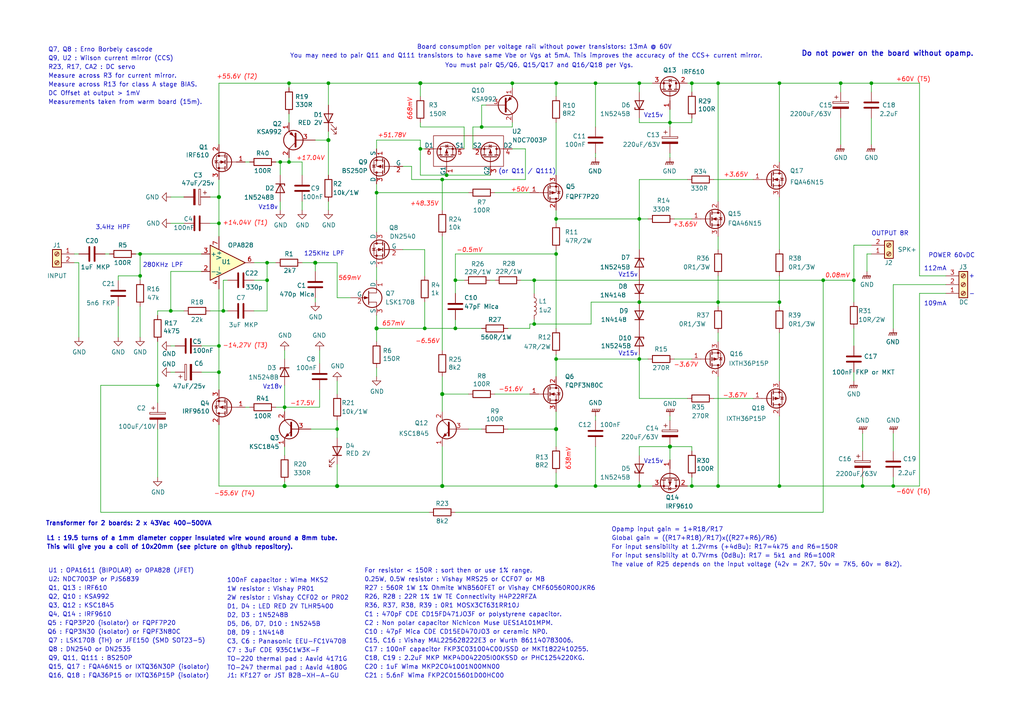
<source format=kicad_sch>
(kicad_sch (version 20231120) (generator "eeschema") (generator_version "8.0")
  (paper "A4")
  (title_block (title "Q17-TURBO (P2) Amplifier") (date "2024-10-05") (rev "1.5.3") (company "by eng. Tiberiu Vicol") (comment 1 "Modified by Stef for the Q17-TURBO project") (comment 4 "Q17 a QUAD405 audiophile approach"))
  (junction (at 247.65 81.28))
  (junction (at 109.22 55.88))
  (junction (at 154.94 93.98))
  (junction (at 259.08 140.97))
  (junction (at 81.28 46.99))
  (junction (at 208.28 24.13))
  (junction (at 63.5 100.33))
  (junction (at 139.7 36.83))
  (junction (at 226.06 87.63))
  (junction (at 40.64 80.01))
  (junction (at 148.59 24.13))
  (junction (at 128.27 140.97) (diameter 1.016))
  (junction (at 154.94 81.28))
  (junction (at 77.47 81.28))
  (junction (at 129.54 50.8))
  (junction (at 250.19 140.97))
  (junction (at 208.28 87.63))
  (junction (at 45.72 111.76))
  (junction (at 83.82 46.99))
  (junction (at 63.5 107.95))
  (junction (at 226.06 24.13))
  (junction (at 82.55 140.97) (diameter 1.016))
  (junction (at 121.92 43.18))
  (junction (at 185.42 87.63))
  (junction (at 109.22 95.25) (diameter 1.016))
  (junction (at 185.42 63.5))
  (junction (at 121.92 24.13) (diameter 1.016))
  (junction (at 238.76 81.28))
  (junction (at 91.44 76.2) (diameter 1.016))
  (junction (at 194.31 129.54) (diameter 1.016))
  (junction (at 161.29 24.13))
  (junction (at 95.25 24.13))
  (junction (at 243.84 24.13))
  (junction (at 97.79 124.46))
  (junction (at 200.66 24.13))
  (junction (at 83.82 24.13))
  (junction (at 161.29 140.97))
  (junction (at 128.27 52.07))
  (junction (at 40.64 73.66))
  (junction (at 132.08 81.28))
  (junction (at 97.79 140.97) (diameter 1.016))
  (junction (at 200.66 140.97))
  (junction (at 172.72 24.13))
  (junction (at 161.29 73.66))
  (junction (at 172.72 140.97))
  (junction (at 161.29 63.5))
  (junction (at 252.73 24.13))
  (junction (at 161.29 104.14))
  (junction (at 82.55 118.11))
  (junction (at 161.29 124.46) (diameter 1.016))
  (junction (at 64.77 90.17))
  (junction (at 123.19 95.25))
  (junction (at 226.06 140.97))
  (junction (at 185.42 104.14))
  (junction (at 63.5 64.77))
  (junction (at 194.31 35.56))
  (junction (at 128.27 114.3) (diameter 1.016))
  (junction (at 95.25 40.64) (diameter 1.016))
  (junction (at 185.42 24.13))
  (junction (at 49.53 90.17))
  (junction (at 63.5 57.15) (diameter 1.016))
  (junction (at 208.28 140.97))
  (junction (at 77.47 76.2))
  (junction (at 132.08 95.25))
  (junction (at 185.42 140.97))
  (wire (pts (xy 243.84 24.13) (xy 252.73 24.13)))
  (wire (pts (xy 134.62 81.28) (xy 132.08 81.28)))
  (wire (pts (xy 128.27 52.07) (xy 128.27 60.96)))
  (wire (pts (xy 109.22 40.64) (xy 109.22 43.18)))
  (wire (pts (xy 200.66 130.81) (xy 200.66 129.54)))
  (wire (pts (xy 91.44 76.2) (xy 97.79 76.2)))
  (wire (pts (xy 148.59 36.83) (xy 148.59 35.56)))
  (wire (pts (xy 45.72 124.46) (xy 45.72 138.43)))
  (wire (pts (xy 148.59 43.18) (xy 152.4 43.18)))
  (wire (pts (xy 124.46 148.59) (xy 29.21 148.59)))
  (wire (pts (xy 45.72 111.76) (xy 45.72 116.84)))
  (wire (pts (xy 135.89 55.88) (xy 109.22 55.88)))
  (wire (pts (xy 132.08 73.66) (xy 161.29 73.66)))
  (wire (pts (xy 139.7 30.48) (xy 139.7 36.83)))
  (wire (pts (xy 95.25 40.64) (xy 95.25 38.1)))
  (wire (pts (xy 91.44 40.64) (xy 95.25 40.64)))
  (wire (pts (xy 97.79 121.92) (xy 97.79 124.46)))
  (wire (pts (xy 185.42 63.5) (xy 187.96 63.5)))
  (wire (pts (xy 200.66 129.54) (xy 194.31 129.54)))
  (wire (pts (xy 83.82 33.02) (xy 83.82 35.56)))
  (wire (pts (xy 34.29 80.01) (xy 40.64 80.01)))
  (wire (pts (xy 71.12 46.99) (xy 72.39 46.99)))
  (wire (pts (xy 200.66 24.13) (xy 200.66 26.67)))
  (wire (pts (xy 121.92 43.18) (xy 123.19 43.18)))
  (wire (pts (xy 45.72 99.06) (xy 45.72 111.76)))
  (wire (pts (xy 77.47 76.2) (xy 80.01 76.2)))
  (wire (pts (xy 266.7 85.09) (xy 266.7 140.97)))
  (wire (pts (xy 226.06 24.13) (xy 226.06 46.99)))
  (wire (pts (xy 161.29 119.38) (xy 161.29 124.46)))
  (wire (pts (xy 161.29 124.46) (xy 161.29 129.54)))
  (wire (pts (xy 266.7 80.01) (xy 274.32 80.01)))
  (wire (pts (xy 132.08 73.66) (xy 132.08 81.28)))
  (wire (pts (xy 161.29 63.5) (xy 185.42 63.5)))
  (wire (pts (xy 238.76 81.28) (xy 238.76 148.59)))
  (wire (pts (xy 238.76 81.28) (xy 247.65 81.28)))
  (wire (pts (xy 40.64 88.9) (xy 40.64 97.79)))
  (wire (pts (xy 226.06 87.63) (xy 226.06 88.9)))
  (wire (pts (xy 77.47 76.2) (xy 77.47 81.28)))
  (wire (pts (xy 153.67 93.98) (xy 153.67 95.25)))
  (wire (pts (xy 128.27 68.58) (xy 128.27 101.6)))
  (wire (pts (xy 194.31 31.75) (xy 194.31 35.56)))
  (wire (pts (xy 63.5 113.03) (xy 63.5 107.95)))
  (wire (pts (xy 208.28 96.52) (xy 208.28 99.06)))
  (wire (pts (xy 247.65 81.28) (xy 247.65 87.63)))
  (wire (pts (xy 121.92 43.18) (xy 121.92 50.8)))
  (wire (pts (xy 247.65 71.12) (xy 247.65 81.28)))
  (wire (pts (xy 226.06 110.49) (xy 226.06 96.52)))
  (wire (pts (xy 83.82 45.72) (xy 83.82 46.99)))
  (wire (pts (xy 161.29 104.14) (xy 161.29 109.22)))
  (wire (pts (xy 64.77 81.28) (xy 64.77 90.17)))
  (wire (pts (xy 132.08 81.28) (xy 132.08 85.09)))
  (wire (pts (xy 172.72 140.97) (xy 185.42 140.97)))
  (wire (pts (xy 161.29 140.97) (xy 172.72 140.97)))
  (wire (pts (xy 185.42 24.13) (xy 189.23 24.13)))
  (wire (pts (xy 22.86 97.79) (xy 22.86 76.2)))
  (wire (pts (xy 119.38 52.07) (xy 128.27 52.07)))
  (wire (pts (xy 63.5 123.19) (xy 63.5 140.97)))
  (wire (pts (xy 71.12 118.11) (xy 72.39 118.11)))
  (wire (pts (xy 153.67 55.88) (xy 143.51 55.88)))
  (wire (pts (xy 29.21 111.76) (xy 45.72 111.76)))
  (wire (pts (xy 29.21 148.59) (xy 29.21 111.76)))
  (wire (pts (xy 250.19 138.43) (xy 250.19 140.97)))
  (wire (pts (xy 171.45 87.63) (xy 185.42 87.63)))
  (wire (pts (xy 154.94 93.98) (xy 153.67 93.98)))
  (wire (pts (xy 161.29 35.56) (xy 161.29 50.8)))
  (wire (pts (xy 128.27 52.07) (xy 152.4 52.07)))
  (wire (pts (xy 129.54 50.8) (xy 142.24 50.8)))
  (wire (pts (xy 200.66 140.97) (xy 208.28 140.97)))
  (wire (pts (xy 40.64 80.01) (xy 40.64 73.66)))
  (wire (pts (xy 82.55 139.7) (xy 82.55 140.97)))
  (wire (pts (xy 80.01 46.99) (xy 81.28 46.99)))
  (wire (pts (xy 252.73 24.13) (xy 252.73 26.67)))
  (wire (pts (xy 251.46 78.74) (xy 251.46 73.66)))
  (wire (pts (xy 40.64 73.66) (xy 58.42 73.66)))
  (wire (pts (xy 185.42 104.14) (xy 185.42 115.57)))
  (wire (pts (xy 40.64 81.28) (xy 40.64 80.01)))
  (wire (pts (xy 252.73 71.12) (xy 247.65 71.12)))
  (wire (pts (xy 58.42 107.95) (xy 63.5 107.95)))
  (wire (pts (xy 208.28 87.63) (xy 208.28 88.9)))
  (wire (pts (xy 207.01 52.07) (xy 218.44 52.07)))
  (wire (pts (xy 101.6 86.36) (xy 97.79 86.36)))
  (wire (pts (xy 97.79 86.36) (xy 97.79 76.2)))
  (wire (pts (xy 64.77 90.17) (xy 66.04 90.17)))
  (wire (pts (xy 123.19 95.25) (xy 132.08 95.25)))
  (wire (pts (xy 259.08 140.97) (xy 250.19 140.97)))
  (wire (pts (xy 83.82 24.13) (xy 95.25 24.13)))
  (wire (pts (xy 128.27 114.3) (xy 135.89 114.3)))
  (wire (pts (xy 142.24 81.28) (xy 143.51 81.28)))
  (wire (pts (xy 60.96 90.17) (xy 64.77 90.17)))
  (wire (pts (xy 194.31 36.83) (xy 194.31 35.56)))
  (wire (pts (xy 63.5 52.07) (xy 63.5 57.15)))
  (wire (pts (xy 63.5 57.15) (xy 63.5 64.77)))
  (wire (pts (xy 143.51 114.3) (xy 153.67 114.3)))
  (wire (pts (xy 60.96 64.77) (xy 63.5 64.77)))
  (wire (pts (xy 154.94 92.71) (xy 154.94 93.98)))
  (wire (pts (xy 147.32 95.25) (xy 153.67 95.25)))
  (wire (pts (xy 195.58 63.5) (xy 200.66 63.5)))
  (wire (pts (xy 82.55 140.97) (xy 97.79 140.97)))
  (wire (pts (xy 208.28 109.22) (xy 208.28 140.97)))
  (wire (pts (xy 195.58 104.14) (xy 200.66 104.14)))
  (wire (pts (xy 194.31 45.72) (xy 194.31 44.45)))
  (wire (pts (xy 49.53 64.77) (xy 53.34 64.77)))
  (wire (pts (xy 154.94 93.98) (xy 171.45 93.98)))
  (wire (pts (xy 95.25 24.13) (xy 121.92 24.13)))
  (wire (pts (xy 161.29 24.13) (xy 172.72 24.13)))
  (wire (pts (xy 161.29 24.13) (xy 161.29 27.94)))
  (wire (pts (xy 81.28 46.99) (xy 83.82 46.99)))
  (wire (pts (xy 132.08 95.25) (xy 139.7 95.25)))
  (wire (pts (xy 92.71 113.03) (xy 92.71 118.11)))
  (wire (pts (xy 22.86 76.2) (xy 21.59 76.2)))
  (wire (pts (xy 97.79 124.46) (xy 97.79 127)))
  (wire (pts (xy 185.42 104.14) (xy 187.96 104.14)))
  (wire (pts (xy 128.27 109.22) (xy 128.27 114.3)))
  (wire (pts (xy 151.13 81.28) (xy 154.94 81.28)))
  (wire (pts (xy 80.01 118.11) (xy 82.55 118.11)))
  (wire (pts (xy 147.32 124.46) (xy 161.29 124.46)))
  (wire (pts (xy 161.29 102.87) (xy 161.29 104.14)))
  (wire (pts (xy 185.42 115.57) (xy 199.39 115.57)))
  (wire (pts (xy 171.45 93.98) (xy 171.45 87.63)))
  (wire (pts (xy 95.25 30.48) (xy 95.25 24.13)))
  (wire (pts (xy 148.59 24.13) (xy 161.29 24.13)))
  (wire (pts (xy 49.53 100.33) (xy 50.8 100.33)))
  (wire (pts (xy 97.79 114.3) (xy 97.79 110.49)))
  (wire (pts (xy 128.27 114.3) (xy 128.27 119.38)))
  (wire (pts (xy 185.42 35.56) (xy 194.31 35.56)))
  (wire (pts (xy 185.42 34.29) (xy 185.42 35.56)))
  (wire (pts (xy 252.73 34.29) (xy 252.73 41.91)))
  (wire (pts (xy 109.22 77.47) (xy 109.22 81.28)))
  (wire (pts (xy 91.44 76.2) (xy 91.44 78.74)))
  (wire (pts (xy 87.63 46.99) (xy 87.63 50.8)))
  (wire (pts (xy 252.73 24.13) (xy 266.7 24.13)))
  (wire (pts (xy 77.47 81.28) (xy 77.47 90.17)))
  (wire (pts (xy 252.73 73.66) (xy 251.46 73.66)))
  (wire (pts (xy 132.08 92.71) (xy 132.08 95.25)))
  (wire (pts (xy 30.48 73.66) (xy 31.75 73.66)))
  (wire (pts (xy 137.16 36.83) (xy 139.7 36.83)))
  (wire (pts (xy 95.25 58.42) (xy 95.25 60.96)))
  (wire (pts (xy 139.7 124.46) (xy 135.89 124.46)))
  (wire (pts (xy 21.59 73.66) (xy 22.86 73.66)))
  (wire (pts (xy 60.96 57.15) (xy 63.5 57.15)))
  (wire (pts (xy 109.22 55.88) (xy 109.22 67.31)))
  (wire (pts (xy 49.53 78.74) (xy 58.42 78.74)))
  (wire (pts (xy 152.4 52.07) (xy 152.4 43.18)))
  (wire (pts (xy 148.59 24.13) (xy 148.59 25.4)))
  (wire (pts (xy 185.42 52.07) (xy 199.39 52.07)))
  (wire (pts (xy 226.06 120.65) (xy 226.06 140.97)))
  (wire (pts (xy 199.39 140.97) (xy 200.66 140.97)))
  (wire (pts (xy 161.29 73.66) (xy 161.29 72.39)))
  (wire (pts (xy 161.29 140.97) (xy 161.29 137.16)))
  (wire (pts (xy 128.27 129.54) (xy 128.27 140.97)))
  (wire (pts (xy 128.27 140.97) (xy 161.29 140.97)))
  (wire (pts (xy 137.16 36.83) (xy 137.16 43.18)))
  (wire (pts (xy 45.72 90.17) (xy 45.72 91.44)))
  (wire (pts (xy 123.19 87.63) (xy 123.19 95.25)))
  (wire (pts (xy 63.5 41.91) (xy 63.5 24.13)))
  (wire (pts (xy 63.5 24.13) (xy 83.82 24.13)))
  (wire (pts (xy 90.17 124.46) (xy 97.79 124.46)))
  (wire (pts (xy 185.42 63.5) (xy 185.42 72.39)))
  (wire (pts (xy 194.31 121.92) (xy 194.31 120.65)))
  (wire (pts (xy 139.7 30.48) (xy 140.97 30.48)))
  (wire (pts (xy 123.19 72.39) (xy 123.19 80.01)))
  (wire (pts (xy 161.29 73.66) (xy 161.29 95.25)))
  (wire (pts (xy 259.08 125.73) (xy 259.08 130.81)))
  (wire (pts (xy 172.72 129.54) (xy 172.72 140.97)))
  (wire (pts (xy 39.37 73.66) (xy 40.64 73.66)))
  (wire (pts (xy 161.29 63.5) (xy 161.29 64.77)))
  (wire (pts (xy 116.84 48.26) (xy 119.38 48.26)))
  (wire (pts (xy 83.82 25.4) (xy 83.82 24.13)))
  (wire (pts (xy 208.28 80.01) (xy 208.28 87.63)))
  (wire (pts (xy 226.06 80.01) (xy 226.06 87.63)))
  (wire (pts (xy 266.7 24.13) (xy 266.7 80.01)))
  (wire (pts (xy 109.22 106.68) (xy 109.22 109.22)))
  (wire (pts (xy 200.66 138.43) (xy 200.66 140.97)))
  (wire (pts (xy 208.28 140.97) (xy 226.06 140.97)))
  (wire (pts (xy 63.5 140.97) (xy 82.55 140.97)))
  (wire (pts (xy 91.44 86.36) (xy 91.44 87.63)))
  (wire (pts (xy 97.79 140.97) (xy 97.79 134.62)))
  (wire (pts (xy 121.92 50.8) (xy 129.54 50.8)))
  (wire (pts (xy 73.66 76.2) (xy 77.47 76.2)))
  (wire (pts (xy 194.31 129.54) (xy 194.31 133.35)))
  (wire (pts (xy 87.63 76.2) (xy 91.44 76.2)))
  (wire (pts (xy 82.55 118.11) (xy 82.55 119.38)))
  (wire (pts (xy 121.92 36.83) (xy 134.62 36.83)))
  (wire (pts (xy 49.53 90.17) (xy 53.34 90.17)))
  (wire (pts (xy 82.55 118.11) (xy 92.71 118.11)))
  (wire (pts (xy 185.42 102.87) (xy 185.42 104.14)))
  (wire (pts (xy 200.66 24.13) (xy 208.28 24.13)))
  (wire (pts (xy 161.29 104.14) (xy 185.42 104.14)))
  (wire (pts (xy 226.06 24.13) (xy 243.84 24.13)))
  (wire (pts (xy 172.72 45.72) (xy 172.72 44.45)))
  (wire (pts (xy 172.72 24.13) (xy 172.72 36.83)))
  (wire (pts (xy 208.28 24.13) (xy 208.28 58.42)))
  (wire (pts (xy 207.01 115.57) (xy 218.44 115.57)))
  (wire (pts (xy 154.94 81.28) (xy 154.94 85.09)))
  (wire (pts (xy 45.72 90.17) (xy 49.53 90.17)))
  (wire (pts (xy 185.42 140.97) (xy 189.23 140.97)))
  (wire (pts (xy 121.92 24.13) (xy 148.59 24.13)))
  (wire (pts (xy 134.62 36.83) (xy 134.62 43.18)))
  (wire (pts (xy 109.22 40.64) (xy 121.92 40.64)))
  (wire (pts (xy 58.42 100.33) (xy 63.5 100.33)))
  (wire (pts (xy 109.22 95.25) (xy 109.22 99.06)))
  (wire (pts (xy 73.66 90.17) (xy 77.47 90.17)))
  (wire (pts (xy 34.29 81.28) (xy 34.29 80.01)))
  (wire (pts (xy 259.08 82.55) (xy 259.08 95.25)))
  (wire (pts (xy 200.66 35.56) (xy 194.31 35.56)))
  (wire (pts (xy 208.28 87.63) (xy 226.06 87.63)))
  (wire (pts (xy 139.7 36.83) (xy 148.59 36.83)))
  (wire (pts (xy 259.08 138.43) (xy 259.08 140.97)))
  (wire (pts (xy 49.53 107.95) (xy 50.8 107.95)))
  (wire (pts (xy 266.7 140.97) (xy 259.08 140.97)))
  (wire (pts (xy 185.42 139.7) (xy 185.42 140.97)))
  (wire (pts (xy 81.28 46.99) (xy 81.28 50.8)))
  (wire (pts (xy 208.28 24.13) (xy 226.06 24.13)))
  (wire (pts (xy 49.53 57.15) (xy 53.34 57.15)))
  (wire (pts (xy 185.42 63.5) (xy 185.42 52.07)))
  (wire (pts (xy 172.72 24.13) (xy 185.42 24.13)))
  (wire (pts (xy 226.06 57.15) (xy 226.06 72.39)))
  (wire (pts (xy 185.42 129.54) (xy 185.42 132.08)))
  (wire (pts (xy 66.04 81.28) (xy 64.77 81.28)))
  (wire (pts (xy 95.25 40.64) (xy 95.25 50.8)))
  (wire (pts (xy 97.79 140.97) (xy 128.27 140.97)))
  (wire (pts (xy 87.63 60.96) (xy 87.63 58.42)))
  (wire (pts (xy 226.06 140.97) (xy 250.19 140.97)))
  (wire (pts (xy 259.08 82.55) (xy 274.32 82.55)))
  (wire (pts (xy 116.84 72.39) (xy 123.19 72.39)))
  (wire (pts (xy 200.66 34.29) (xy 200.66 35.56)))
  (wire (pts (xy 119.38 48.26) (xy 119.38 52.07)))
  (wire (pts (xy 109.22 53.34) (xy 109.22 55.88)))
  (wire (pts (xy 185.42 87.63) (xy 208.28 87.63)))
  (wire (pts (xy 266.7 85.09) (xy 274.32 85.09)))
  (wire (pts (xy 172.72 120.65) (xy 172.72 121.92)))
  (wire (pts (xy 82.55 101.6) (xy 82.55 104.14)))
  (wire (pts (xy 92.71 101.6) (xy 92.71 105.41)))
  (wire (pts (xy 63.5 100.33) (xy 63.5 107.95)))
  (wire (pts (xy 247.65 107.95) (xy 247.65 110.49)))
  (wire (pts (xy 121.92 43.18) (xy 121.92 40.64)))
  (wire (pts (xy 63.5 83.82) (xy 63.5 100.33)))
  (wire (pts (xy 121.92 35.56) (xy 121.92 36.83)))
  (wire (pts (xy 161.29 60.96) (xy 161.29 63.5)))
  (wire (pts (xy 63.5 68.58) (xy 63.5 64.77)))
  (wire (pts (xy 247.65 95.25) (xy 247.65 100.33)))
  (wire (pts (xy 132.08 148.59) (xy 238.76 148.59)))
  (wire (pts (xy 208.28 72.39) (xy 208.28 68.58)))
  (wire (pts (xy 243.84 34.29) (xy 243.84 41.91)))
  (wire (pts (xy 185.42 24.13) (xy 185.42 26.67)))
  (wire (pts (xy 82.55 111.76) (xy 82.55 118.11)))
  (wire (pts (xy 34.29 88.9) (xy 34.29 97.79)))
  (wire (pts (xy 109.22 91.44) (xy 109.22 95.25)))
  (wire (pts (xy 250.19 130.81) (xy 250.19 125.73)))
  (wire (pts (xy 81.28 58.42) (xy 81.28 60.96)))
  (wire (pts (xy 243.84 26.67) (xy 243.84 24.13)))
  (wire (pts (xy 199.39 24.13) (xy 200.66 24.13)))
  (wire (pts (xy 83.82 46.99) (xy 87.63 46.99)))
  (wire (pts (xy 194.31 129.54) (xy 185.42 129.54)))
  (wire (pts (xy 82.55 132.08) (xy 82.55 129.54)))
  (wire (pts (xy 121.92 24.13) (xy 121.92 27.94)))
  (wire (pts (xy 49.53 90.17) (xy 49.53 78.74)))
  (wire (pts (xy 109.22 95.25) (xy 123.19 95.25)))
  (wire (pts (xy 73.66 81.28) (xy 77.47 81.28)))
  (wire (pts (xy 154.94 81.28) (xy 238.76 81.28)))
  (text "This will give you a coil of 10x20mm (see picture on github repository)." (at 13.462 159.512 0) (effects (font (size 1.27 1.27) (thickness 0.254) (bold yes)) (justify left bottom)))
  (text "D1, D4 : LED RED 2V TLHR5400" (at 65.786 176.784 0) (effects (font (size 1.27 1.27)) (justify left bottom)))
  (text "Do not power on the board without opamp." (at 232.41 16.51 0) (effects (font (size 1.5 1.5) (thickness 0.254) (bold yes)) (justify left bottom)))
  (text "C10 : 47pF Mica CDE CD15ED470JO3 or ceramic NP0." (at 105.664 184.15 0) (effects (font (size 1.27 1.27)) (justify left bottom)))
  (text "C15, C16 : Vishay MAL225628222E3 or Wurth 861140783006." (at 105.664 186.69 0) (effects (font (size 1.27 1.27)) (justify left bottom)))
  (text "-60V (T6)" (at 259.842 143.51 0) (effects (font (size 1.27 1.27)) (justify left bottom)))
  (text "+14.04V (T1)" (at 64.516 65.532 0) (effects (font (size 1.27 1.27) (italic yes)) (justify left bottom)))
  (text "3.4Hz HPF" (at 27.686 66.802 0) (effects (font (size 1.27 1.27)) (justify left bottom)))
  (text "+" (at 280.9659 80.8988 0) (effects (font (size 1.27 1.27)) (justify left bottom)))
  (text "Vz15v" (at 186.69 34.29 0) (effects (font (size 1.27 1.27)) (justify left bottom)))
  (text "+55.6V (T2)" (at 62.738 23.114 0) (effects (font (size 1.27 1.27) (italic yes)) (justify left bottom)))
  (text "R27 : 560R 1W 1% Ohmite WNB560FET or Vishay CMF60560R00JKR6" (at 105.664 171.45 0) (effects (font (size 1.27 1.27)) (justify left bottom)))
  (text "Q4, Q14 : IRF9610" (at 13.97 179.07 0) (effects (font (size 1.27 1.27)) (justify left bottom)))
  (text "C20 : 1uF Wima MKP2C041001N00MN00" (at 105.664 194.31 0) (effects (font (size 1.27 1.27)) (justify left bottom)))
  (text "D5, D6, D7, D10 : 1N5245B" (at 65.786 181.864 0) (effects (font (size 1.27 1.27)) (justify left bottom)))
  (text "U1 : OPA1611 (BIPOLAR) or OPA828 (JFET)" (at 13.97 166.37 0) (effects (font (size 1.27 1.27)) (justify left bottom)))
  (text "569mV" (at 98.044 81.534 0) (effects (font (size 1.27 1.27) (italic yes)) (justify left bottom)))
  (text "+50V" (at 148.082 55.88 0) (effects (font (size 1.27 1.27) (italic yes)) (justify left bottom)))
  (text "-3.67V" (at 195.326 106.68 0) (effects (font (size 1.27 1.27) (italic yes)) (justify left bottom)))
  (text "You may need to pair Q11 and Q111 transistors to have same Vbe or Vgs at 5mA. This improves the accuracy of the CCS+ current mirror.\n" (at 84.074 17.018 0) (effects (font (size 1.27 1.27)) (justify left bottom)))
  (text "C21 : 5.6nF Wima FKP2C015601D00HC00" (at 105.664 196.85 0) (effects (font (size 1.27 1.27)) (justify left bottom)))
  (text "109mA" (at 267.97 88.9 0) (effects (font (size 1.27 1.27)) (justify left bottom)))
  (text "Vz18v" (at 74.93 60.96 0) (effects (font (size 1.27 1.27)) (justify left bottom)))
  (text "C18, C19 : 2.2uF MKP MKP4D042205I00KSSD or PHC1254220KG." (at 105.664 191.77 0) (effects (font (size 1.27 1.27)) (justify left bottom)))
  (text "0.08mV" (at 239.268 80.772 0) (effects (font (size 1.27 1.27) (italic yes)) (justify left bottom)))
  (text "Q9, Q11, Q111 : BS250P" (at 13.97 191.77 0) (effects (font (size 1.27 1.27)) (justify left bottom)))
  (text "Transformer for 2 boards: 2 x 43Vac 400-500VA" (at 13.208 152.654 0) (effects (font (size 1.27 1.27) (thickness 0.254) (bold yes)) (justify left bottom)))
  (text "Measurements taken from warm board (15m)." (at 13.97 29.718 0) (effects (font (size 1.27 1.27)) (justify left)))
  (text "TO-247 thermal pad : Aavid 4180G" (at 83.312 193.802 0) (effects (font (size 1.27 1.27))))
  (text "The value of R25 depends on the input voltage (42v = 2K7, 50v = 7K5, 60v = 8k2)." (at 177.292 164.592 0) (effects (font (size 1.27 1.27)) (justify left bottom)))
  (text "Opamp input gain = 1+R18/R17" (at 193.548 153.67 0) (effects (font (size 1.27 1.27))))
  (text "Vz15v" (at 179.324 80.518 0) (effects (font (size 1.27 1.27)) (justify left bottom)))
  (text "+60V (T5)" (at 259.842 23.876 0) (effects (font (size 1.27 1.27)) (justify left bottom)))
  (text "C3, C6 : Panasonic EEU-FC1V470B" (at 65.786 186.944 0) (effects (font (size 1.27 1.27)) (justify left bottom)))
  (text "DC Offset at output > 1mV" (at 13.97 27.94 0) (effects (font (size 1.27 1.27)) (justify left bottom)))
  (text "C1 : 470pF CDE CD15FD471JO3F or polystyrene capacitor." (at 105.664 179.07 0) (effects (font (size 1.27 1.27)) (justify left bottom)))
  (text "(or Q11 / Q111)" (at 144.526 50.546 0) (effects (font (size 1.27 1.27)) (justify left bottom)))
  (text "D8, D9 : 1N4148" (at 65.786 184.404 0) (effects (font (size 1.27 1.27)) (justify left bottom)))
  (text "Q15, Q17 : FQA46N15 or IXTQ36N30P (isolator)" (at 13.97 194.31 0) (effects (font (size 1.27 1.27)) (justify left bottom)))
  (text "668mV" (at 119.634 35.052 90) (effects (font (size 1.27 1.27) (italic yes)) (justify left bottom)))
  (text "C17 : 100nF capacitor FKP3C031004C00JSSD or MKT1822410255." (at 105.664 189.23 0) (effects (font (size 1.27 1.27)) (justify left bottom)))
  (text "R23, R17, CA2 : DC servo" (at 13.97 20.32 0) (effects (font (size 1.27 1.27)) (justify left bottom)))
  (text "-51.6V" (at 144.526 113.792 0) (effects (font (size 1.27 1.27) (italic yes)) (justify left bottom)))
  (text "Q9, U2 : Wilson current mirror (CCS)" (at 13.97 17.78 0) (effects (font (size 1.27 1.27)) (justify left bottom)))
  (text "Q1, Q13 : IRF610" (at 13.97 171.45 0) (effects (font (size 1.27 1.27)) (justify left bottom)))
  (text "OUTPUT 8R" (at 252.73 68.58 0) (effects (font (size 1.27 1.27)) (justify left bottom)))
  (text "Q3, Q12 : KSC1845" (at 13.97 176.53 0) (effects (font (size 1.27 1.27)) (justify left bottom)))
  (text "For input sensibility at 0.7Vrms (0dBu): R17 = 5k1 and R6=100R" (at 177.292 162.052 0) (effects (font (size 1.27 1.27)) (justify left bottom)))
  (text "Q7, Q8 : Erno Borbely cascode\n" (at 13.97 15.24 0) (effects (font (size 1.27 1.27)) (justify left bottom)))
  (text "+17.04V" (at 85.852 46.736 0) (effects (font (size 1.27 1.27) (italic yes)) (justify left bottom)))
  (text "-0.5mV\n" (at 132.334 73.406 0) (effects (font (size 1.27 1.27) (italic yes)) (justify left bottom)))
  (text "+3.65V" (at 195.072 66.04 0) (effects (font (size 1.27 1.27) (italic yes)) (justify left bottom)))
  (text "-" (at 281.0258 86.0562 0) (effects (font (size 1.27 1.27)) (justify left bottom)))
  (text "1W resistor : Vishay PR01" (at 65.786 171.704 0) (effects (font (size 1.27 1.27)) (justify left bottom)))
  (text "C7 : 3uF CDE 935C1W3K-F" (at 65.786 189.484 0) (effects (font (size 1.27 1.27)) (justify left bottom)))
  (text "L1 : 19.5 turns of a 1mm diameter copper insulated wire wound around a 8mm tube." (at 13.462 156.972 0) (effects (font (size 1.27 1.27) (thickness 0.254) (bold yes)) (justify left bottom)))
  (text "For input sensibility at 1.2Vrms (+4dBu): R17=4k75 and R6=150R" (at 177.292 159.512 0) (effects (font (size 1.27 1.27)) (justify left bottom)))
  (text "+51.78V" (at 109.474 40.132 0) (effects (font (size 1.27 1.27) (italic yes)) (justify left bottom)))
  (text "D2, D3 : 1N5248B" (at 65.786 179.324 0) (effects (font (size 1.27 1.27)) (justify left bottom)))
  (text "J1: KF127 or JST B2B-XH-A-GU" (at 65.786 196.85 0) (effects (font (size 1.27 1.27)) (justify left bottom)))
  (text "-6.56V" (at 120.396 99.822 0) (effects (font (size 1.27 1.27) (italic yes)) (justify left bottom)))
  (text "-55.6V (T4)" (at 61.976 144.018 0) (effects (font (size 1.27 1.27) (italic yes)) (justify left bottom)))
  (text "Vz15v" (at 179.324 103.378 0) (effects (font (size 1.27 1.27)) (justify left bottom)))
  (text "112mA" (at 267.97 78.74 0) (effects (font (size 1.27 1.27)) (justify left bottom)))
  (text "Board consumption per voltage rail without power transistors: 13mA @ 60V" (at 120.904 14.478 0) (effects (font (size 1.27 1.27)) (justify left bottom)))
  (text "Q16, Q18 : FQA36P15 or IXTQ36P15P (isolator)" (at 13.97 196.85 0) (effects (font (size 1.27 1.27)) (justify left bottom)))
  (text "R26, R28 : 22R 1% 1W TE Connectivity H4P22RFZA" (at 105.664 173.99 0) (effects (font (size 1.27 1.27)) (justify left bottom)))
  (text "638mV" (at 165.6154 136.5264 90) (effects (font (size 1.27 1.27) (italic yes)) (justify left bottom)))
  (text "C2 : Non polar capacitor Nichicon Muse UES1A101MPM." (at 105.664 181.61 0) (effects (font (size 1.27 1.27)) (justify left bottom)))
  (text "2W resistor : Vishay CCF02 or PR02" (at 65.786 174.244 0) (effects (font (size 1.27 1.27)) (justify left bottom)))
  (text "0.25W, 0.5W resistor : Vishay MRS25 or CCF07 or MB" (at 105.664 168.91 0) (effects (font (size 1.27 1.27)) (justify left bottom)))
  (text "657mV" (at 110.744 94.742 0) (effects (font (size 1.27 1.27) (italic yes)) (justify left bottom)))
  (text "Q7 : LSK170B (TH) or JFE150 (SMD SOT23-5)" (at 13.97 186.69 0) (effects (font (size 1.27 1.27)) (justify left bottom)))
  (text "POWER 60vDC" (at 269.24 74.93 0) (effects (font (size 1.27 1.27)) (justify left bottom)))
  (text "125KHz LPF" (at 88.138 74.422 0) (effects (font (size 1.27 1.27)) (justify left bottom)))
  (text "Measure across R3 for current mirror." (at 13.97 22.86 0) (effects (font (size 1.27 1.27)) (justify left bottom)))
  (text "-17.5V" (at 84.074 117.856 0) (effects (font (size 1.27 1.27) (italic yes)) (justify left bottom)))
  (text "You must pair Q5/Q6, Q15/Q17 and Q16/Q18 per Vgs.\n" (at 129.032 19.812 0) (effects (font (size 1.27 1.27)) (justify left bottom)))
  (text "R36, R37, R38, R39 : 0R1 MOSX3CT631RR10J" (at 105.664 176.53 0) (effects (font (size 1.27 1.27)) (justify left bottom)))
  (text "Measure across R13 for class A stage BIAS." (at 13.97 25.4 0) (effects (font (size 1.27 1.27)) (justify left bottom)))
  (text "+48.35V" (at 118.872 59.944 0) (effects (font (size 1.27 1.27) (italic yes)) (justify left bottom)))
  (text "280KHz LPF" (at 41.402 77.724 0) (effects (font (size 1.27 1.27)) (justify left bottom)))
  (text "TO-220 thermal pad : Aavid 4171G" (at 83.312 191.262 0) (effects (font (size 1.27 1.27))))
  (text "100nF capacitor : Wima MKS2" (at 65.786 169.164 0) (effects (font (size 1.27 1.27)) (justify left bottom)))
  (text "Q6 : FQP3N30 (isolator) or FQPF3N80C" (at 13.716 184.15 0) (effects (font (size 1.27 1.27)) (justify left bottom)))
  (text "Vz15v" (at 186.69 134.62 0) (effects (font (size 1.27 1.27)) (justify left bottom)))
  (text "Vz18v" (at 76.2 113.03 0) (effects (font (size 1.27 1.27)) (justify left bottom)))
  (text "Q2, Q10 : KSA992" (at 13.97 173.99 0) (effects (font (size 1.27 1.27)) (justify left bottom)))
  (text "-14,27V (T3)" (at 64.516 101.092 0) (effects (font (size 1.27 1.27) (italic yes)) (justify left bottom)))
  (text "+3.65V" (at 209.804 51.562 0) (effects (font (size 1.27 1.27) (italic yes)) (justify left bottom)))
  (text "Q5 : FQP3P20 (isolator) or FQPF7P20" (at 13.716 181.61 0) (effects (font (size 1.27 1.27)) (justify left bottom)))
  (text "U2: NDC7003P or PJS6839" (at 13.97 168.91 0) (effects (font (size 1.27 1.27)) (justify left bottom)))
  (text "Q8 : DN2540 or DN2535" (at 13.97 189.23 0) (effects (font (size 1.27 1.27)) (justify left bottom)))
  (text "Global gain = ((R17+R18)/R17)x((R27+R6)/R6)" (at 201.422 156.21 0) (effects (font (size 1.27 1.27))))
  (text "-3.67V" (at 209.55 115.57 0) (effects (font (size 1.27 1.27) (italic yes)) (justify left bottom)))
  (text "For resistor < 150R : sort then or use 1% range." (at 105.664 166.37 0) (effects (font (size 1.27 1.27)) (justify left bottom)))
  (symbol (lib_id "Device:R") (at 161.29 133.35 0) (unit 1)
    (property "Reference" "R13" (at 155.194 132.588 0) (effects (justify left)))
    (property "Value" "8R2" (at 155.194 134.8867 0) (effects (justify left)))
    (property "Footprint" "Resistor_THT:R_Axial_DIN0207_L6.3mm_D2.5mm_P10.16mm_Horizontal" (effects (hide yes)))
    (property "Datasheet" "https://www.vishay.com/doc?28724" (effects (hide yes)))
    (property "Part#" "MRS25000C8208FCT00" (effects (hide yes)))
    (property "Mouser" "594-MRS25000C8208FCT" (effects (hide yes)))
  )
  (symbol (lib_name "GND_10") (lib_id "power:GND") (at 40.64 97.79 0) (unit 1)
    (property "Reference" "#PWR0113" (effects (hide yes)))
    (property "Value" "GND" (at 40.64 102.108 0))
  )
  (symbol (lib_id "Device:Q_PNP_ECB") (at 146.05 30.48 0) (mirror x) (unit 1)
    (property "Reference" "Q10" (at 136.6622 26.2075 0) (effects (justify left)))
    (property "Value" "KSA992" (at 136.6622 28.7475 0) (effects (justify left)))
    (property "Footprint" "Package_TO_SOT_THT:TO-92_Inline_Wide" (effects (hide yes)))
    (property "Datasheet" "https://www.mouser.fr/datasheet/2/308/1/KSA992_D-2314829.pdf" (effects (hide yes)))
    (property "Part#" "KSA992FBTA" (effects (hide yes)))
    (property "Mouser" "512-KSA992FBTA" (effects (hide yes)))
  )
  (symbol (lib_id "Device:Q_PMOS_SGD") (at 111.76 48.26 180) (unit 1)
    (property "Reference" "Q9" (at 106.68 46.99 0) (effects (justify left)))
    (property "Value" "BS250P" (at 106.68 49.53 0) (effects (justify left)))
    (property "Footprint" "Package_TO_SOT_THT:TO-92S_Wide" (effects (hide yes)))
    (property "Datasheet" "https://www.diodes.com/assets/Datasheets/BS250P.pdf" (effects (hide yes)))
    (property "Part#" "BS250P" (effects (hide yes)))
    (property "Mouser" "522-BS250P" (effects (hide yes)))
  )
  (symbol (lib_id "Device:R") (at 247.65 91.44 0) (unit 1)
    (property "Reference" "R31" (at 248.92 90.17 0) (effects (justify left)))
    (property "Value" "10R/2W" (at 248.92 92.71 0) (effects (justify left)))
    (property "Footprint" "Q17_Library:R_Axial_L12.0mm_D5.0mm_P15.24mm_Horizontal_Dale_1W" (effects (hide yes)))
    (property "Datasheet" "https://www.vishay.com/doc?28729" (effects (hide yes)))
    (property "Part#" "PR02000201009JR500" (effects (hide yes)))
    (property "Mouser" "594-5083NW10R00J" (effects (hide yes)))
  )
  (symbol (lib_id "Device:C") (at 57.15 64.77 90) (unit 1)
    (property "Reference" "C4" (at 54.61 63.5 90))
    (property "Value" "100nF" (at 53.34 66.04 90))
    (property "Footprint" "Capacitor_THT:C_Rect_L7.2mm_W2.5mm_P5.00mm_FKS2_FKP2_MKS2_MKP2" (effects (hide yes)))
    (property "Datasheet" "https://www.mouser.fr/datasheet/2/440/e_WIMA_MKS_2-1139871.pdf" (effects (hide yes)))
    (property "Part#" "MKS2D031001A00KSSD" (effects (hide yes)))
    (property "Mouser" "505-MKS2.1/100/10" (effects (hide yes)))
  )
  (symbol (lib_id "Device:Q_NPN_ECB") (at 130.81 124.46 0) (mirror y) (unit 1)
    (property "Reference" "Q12" (at 124.206 122.682 0) (effects (justify left)))
    (property "Value" "KSC1845" (at 124.46 125.73 0) (effects (justify left)))
    (property "Footprint" "Package_TO_SOT_THT:TO-92_Inline_Wide" (effects (hide yes)))
    (property "Datasheet" "https://www.mouser.fr/datasheet/2/308/1/KSC1845_D-2314480.pdf" (effects (hide yes)))
    (property "Part#" "KSC1845FTA" (effects (hide yes)))
    (property "Mouser" "512-KSC1845FTA" (effects (hide yes)))
  )
  (symbol (lib_name "GND_11") (lib_id "power:GND") (at 45.72 138.43 0) (unit 1)
    (property "Reference" "#PWR0107" (effects (hide yes)))
    (property "Value" "GND" (at 45.8343 142.7544 0))
  )
  (symbol (lib_id "Device:R") (at 83.82 76.2 90) (unit 1)
    (property "Reference" "R1" (at 83.82 73.66 90))
    (property "Value" "2k7" (at 84.074 78.486 90))
    (property "Footprint" "Resistor_THT:R_Axial_DIN0207_L6.3mm_D2.5mm_P10.16mm_Horizontal" (effects (hide yes)))
    (property "Datasheet" "https://www.vishay.com/doc?28724" (effects (hide yes)))
    (property "Part#" "MRS25000C2701FRP00" (effects (hide yes)))
    (property "Mouser" "594-MRS25000C2701FRP" (effects (hide yes)))
  )
  (symbol (lib_name "GNDPWR_6") (lib_id "power:GNDPWR") (at 194.31 120.65 180) (unit 1)
    (property "Reference" "#PWR0121" (effects (hide yes)))
    (property "Value" "GND" (at 194.31 117.094 0))
  )
  (symbol (lib_id "Device:C") (at 172.72 40.64 0) (unit 1)
    (property "Reference" "C11" (at 166.0865 39.4966 0) (effects (justify left)))
    (property "Value" "100nF" (at 163.83 41.91 0) (effects (justify left)))
    (property "Footprint" "Capacitor_THT:C_Rect_L7.2mm_W2.5mm_P5.00mm_FKS2_FKP2_MKS2_MKP2" (effects (hide yes)))
    (property "Datasheet" "https://www.mouser.fr/datasheet/2/440/e_WIMA_MKS_2-1139871.pdf" (effects (hide yes)))
    (property "Part#" "MKS2D031001A00KSSD" (effects (hide yes)))
    (property "Mouser" "505-MKS2.1/100/10" (effects (hide yes)))
  )
  (symbol (lib_id "Device:R") (at 208.28 92.71 0) (unit 1)
    (property "Reference" "R37" (at 201.93 91.44 0) (effects (justify left)))
    (property "Value" "0R1/3W" (at 196.85 93.98 0) (effects (justify left)))
    (property "Footprint" "Resistor_THT:R_Axial_DIN0614_L14.3mm_D5.7mm_P20.32mm_Horizontal" (effects (hide yes)))
    (property "Datasheet" "https://www.mouser.fr/datasheet/2/219/MOS-16613.pdf" (effects (hide yes)))
    (property "Part#" "MOSX3CT631RR10J" (effects (hide yes)))
    (property "Mouser" "660-MOSX3CT631RR10J" (effects (hide yes)))
  )
  (symbol (lib_id "Device:C") (at 172.72 125.73 0) (unit 1)
    (property "Reference" "C12" (at 167.64 123.19 0) (effects (justify left)))
    (property "Value" "100nF" (at 173.99 123.19 0) (effects (justify left)))
    (property "Footprint" "Capacitor_THT:C_Rect_L7.2mm_W2.5mm_P5.00mm_FKS2_FKP2_MKS2_MKP2" (effects (hide yes)))
    (property "Datasheet" "https://www.mouser.fr/datasheet/2/440/e_WIMA_MKS_2-1139871.pdf" (effects (hide yes)))
    (property "Part#" "MKS2D031001A00KSSD" (effects (hide yes)))
    (property "Mouser" "505-MKS2.1/100/10" (effects (hide yes)))
  )
  (symbol (lib_id "Device:R") (at 161.29 68.58 0) (unit 1)
    (property "Reference" "R11" (at 163.83 67.31 0) (effects (justify left)))
    (property "Value" "47R/2W" (at 163.83 69.85 0) (effects (justify left)))
    (property "Footprint" "Resistor_THT:R_Axial_DIN0411_L9.9mm_D3.6mm_P12.70mm_Horizontal" (effects (hide yes)))
    (property "Datasheet" "https://www.vishay.com/doc?28729" (effects (hide yes)))
    (property "Part#" "PR02000204709JR500" (effects (hide yes)))
    (property "Mouser" "594-5083NW47R00J" (effects (hide yes)))
  )
  (symbol (lib_id "Device:R") (at 143.51 124.46 90) (unit 1)
    (property "Reference" "R9" (at 143.51 119.2338 90))
    (property "Value" "100R" (at 143.51 121.533 90))
    (property "Footprint" "Resistor_THT:R_Axial_DIN0207_L6.3mm_D2.5mm_P10.16mm_Horizontal" (effects (hide yes)))
    (property "Datasheet" "https://www.vishay.com/doc?28724" (effects (hide yes)))
    (property "Part#" "MRS25000C1000FCT00" (effects (hide yes)))
    (property "Mouser" "594-MRS25000C1000FCT" (effects (hide yes)))
  )
  (symbol (lib_name "GND_1") (lib_id "power:GND") (at 95.25 60.96 0) (unit 1)
    (property "Reference" "#PWR03" (effects (hide yes)))
    (property "Value" "GND" (at 95.3643 65.2844 0))
  )
  (symbol (lib_name "GNDPWR_2") (lib_id "power:GNDPWR") (at 172.72 45.72 0) (unit 1)
    (property "Reference" "#PWR04" (effects (hide yes)))
    (property "Value" "GND" (at 172.593 49.638 0))
  )
  (symbol (lib_id "Device:R") (at 97.79 118.11 0) (mirror x) (unit 1)
    (property "Reference" "R21" (at 99.06 116.84 0) (effects (justify left)))
    (property "Value" "10k/1W" (at 99.06 119.38 0) (effects (justify left)))
    (property "Footprint" "Resistor_THT:R_Axial_DIN0207_L6.3mm_D2.5mm_P10.16mm_Horizontal" (effects (hide yes)))
    (property "Datasheet" "https://www.vishay.com/doc?28729" (effects (hide yes)))
    (property "Part#" "PR01000101002JR500" (effects (hide yes)))
    (property "Mouser" "594-5073NW10K00J" (effects (hide yes)))
  )
  (symbol (lib_id "Device:LED") (at 95.25 34.29 90) (unit 1)
    (property "Reference" "D1" (at 90.9451 33.2836 90) (effects (justify right)))
    (property "Value" "RED 2V" (at 86.36 35.56 90) (effects (justify right)))
    (property "Footprint" "LED_THT:LED_D5.0mm" (effects (hide yes)))
    (property "Datasheet" "https://www.vishay.com/doc?83012" (effects (hide yes)))
    (property "Part#" "TLHR5400" (effects (hide yes)))
    (property "Mouser" "78-TLHR5400" (effects (hide yes)))
  )
  (symbol (lib_id "Device:Q_NPN_ECB") (at 85.09 124.46 0) (mirror y) (unit 1)
    (property "Reference" "Q3" (at 81.026 127 0) (effects (justify left)))
    (property "Value" "KSC1845" (at 81.026 129.54 0) (effects (justify left)))
    (property "Footprint" "Package_TO_SOT_THT:TO-92_Inline_Wide" (effects (hide yes)))
    (property "Datasheet" "https://www.mouser.fr/datasheet/2/308/1/KSC1845_D-2314480.pdf" (effects (hide yes)))
    (property "Part#" "KSC1845FTA" (effects (hide yes)))
    (property "Mouser" "512-KSC1845FTA" (effects (hide yes)))
  )
  (symbol (lib_id "Device:C_Polarized") (at 250.19 134.62 0) (unit 1)
    (property "Reference" "C16" (at 243.078 133.096 0) (effects (justify left)))
    (property "Value" "2200uF/63V" (at 242.316 137.414 0) (effects (justify left)))
    (property "Footprint" "Capacitor_THT:CP_Radial_D22.0mm_P10.00mm_SnapIn" (effects (hide yes)))
    (property "Datasheet" "https://www.vishay.com/doc?28410" (effects (hide yes)))
    (property "Part#" "MAL225628222E3" (effects (hide yes)))
    (property "Mouser" "594-MAL225628222E3" (effects (hide yes)))
  )
  (symbol (lib_id "Device:R") (at 191.77 104.14 90) (unit 1)
    (property "Reference" "R15" (at 193.6707 101.2774 90) (effects (justify left)))
    (property "Value" "270R" (at 194.31 106.68 90) (effects (justify left)))
    (property "Footprint" "Resistor_THT:R_Axial_DIN0207_L6.3mm_D2.5mm_P10.16mm_Horizontal" (effects (hide yes)))
    (property "Datasheet" "https://www.vishay.com/doc?28724" (effects (hide yes)))
    (property "Part#" "MRS25000C2700FCT00" (effects (hide yes)))
    (property "Mouser" "594-MRS25000C2700FCT" (effects (hide yes)))
  )
  (symbol (lib_name "GNDPWR_7") (lib_id "power:GNDPWR") (at 172.72 120.65 180) (unit 1)
    (property "Reference" "#PWR0120" (effects (hide yes)))
    (property "Value" "GND" (at 172.72 116.84 0))
  )
  (symbol (lib_id "Diode:US1B") (at 185.42 83.82 90) (unit 1)
    (property "Reference" "D8" (at 179.324 83.058 90) (effects (justify right)))
    (property "Value" "1N4148" (at 173.99 85.598 90) (effects (justify right)))
    (property "Footprint" "Diode_THT:D_DO-35_SOD27_P7.62mm_Horizontal" (effects (hide yes)))
    (property "Datasheet" "https://diotec.com/request/datasheet/1n4148.pdf" (effects (hide yes)))
    (property "Part#" "1N4148" (effects (hide yes)))
    (property "Mouser" "637-1N4148" (effects (hide yes)))
  )
  (symbol (lib_name "GNDPWR_8") (lib_id "power:GNDPWR") (at 259.08 95.25 0) (unit 1)
    (property "Reference" "#PWR0128" (effects (hide yes)))
    (property "Value" "GND" (at 258.953 99.168 0))
  )
  (symbol (lib_id "Device:C") (at 87.63 54.61 180) (unit 1)
    (property "Reference" "C9" (at 91.44 54.61 0))
    (property "Value" "100nF" (at 90.7365 57.1043 0))
    (property "Footprint" "Capacitor_THT:C_Rect_L7.2mm_W2.5mm_P5.00mm_FKS2_FKP2_MKS2_MKP2" (effects (hide yes)))
    (property "Datasheet" "https://www.mouser.fr/datasheet/2/440/e_WIMA_MKS_2-1139871.pdf" (effects (hide yes)))
    (property "Part#" "MKS2D031001A00KSSD" (effects (hide yes)))
    (property "Mouser" "505-MKS2.1/100/10" (effects (hide yes)))
  )
  (symbol (lib_name "GND_8") (lib_id "power:GND") (at 22.86 97.79 0) (unit 1)
    (property "Reference" "#PWR0114" (effects (hide yes)))
    (property "Value" "GND" (at 22.9743 102.1144 0))
  )
  (symbol (lib_id "Device:LED") (at 97.79 130.81 270) (mirror x) (unit 1)
    (property "Reference" "D4" (at 102.87 129.286 90) (effects (justify right)))
    (property "Value" "RED 2V" (at 107.4348 131.5054 90) (effects (justify right)))
    (property "Footprint" "LED_THT:LED_D5.0mm" (effects (hide yes)))
    (property "Datasheet" "https://www.vishay.com/doc?83012" (effects (hide yes)))
    (property "Part#" "TLHR5400" (effects (hide yes)))
    (property "Mouser" "78-TLHR5400" (effects (hide yes)))
  )
  (symbol (lib_id "Device:R") (at 191.77 63.5 270) (mirror x) (unit 1)
    (property "Reference" "R14" (at 190.5 58.166 90) (effects (justify left)))
    (property "Value" "330R" (at 189.23 60.706 90) (effects (justify left)))
    (property "Footprint" "Resistor_THT:R_Axial_DIN0207_L6.3mm_D2.5mm_P10.16mm_Horizontal" (effects (hide yes)))
    (property "Datasheet" "https://www.vishay.com/doc?28724" (effects (hide yes)))
    (property "Part#" "MRS25000C3300FCT00" (effects (hide yes)))
    (property "Mouser" "594-MRS25000C3300FCT" (effects (hide yes)))
  )
  (symbol (lib_id "Device:D_Zener") (at 185.42 76.2 270) (unit 1)
    (property "Reference" "D7" (at 180.086 74.676 90) (effects (justify left)))
    (property "Value" "1N5245B" (at 173.99 77.47 90) (effects (justify left)))
    (property "Footprint" "Diode_THT:D_DO-35_SOD27_P7.62mm_Horizontal" (effects (hide yes)))
    (property "Datasheet" "https://www.mouser.fr/datasheet/2/308/1N5221B_D-2309445.pdf" (effects (hide yes)))
    (property "Part#" "1N5245BTR" (effects (hide yes)))
    (property "Mouser" "512-1N5245BTR" (effects (hide yes)))
  )
  (symbol (lib_id "Device:R") (at 161.29 31.75 0) (unit 1)
    (property "Reference" "R10" (at 163.0681 30.6006 0) (effects (justify left)))
    (property "Value" "8R2" (at 163.0681 32.8993 0) (effects (justify left)))
    (property "Footprint" "Resistor_THT:R_Axial_DIN0207_L6.3mm_D2.5mm_P10.16mm_Horizontal" (effects (hide yes)))
    (property "Datasheet" "https://www.vishay.com/doc?28724" (effects (hide yes)))
    (property "Part#" "MRS25000C8208FCT00" (effects (hide yes)))
    (property "Mouser" "594-MBB02070C9108FCT" (effects (hide yes)))
  )
  (symbol (lib_name "GNDPWR_10") (lib_id "power:GNDPWR") (at 250.19 125.73 180) (unit 1)
    (property "Reference" "#PWR0125" (effects (hide yes)))
    (property "Value" "GND" (at 250.19 121.92 0))
  )
  (symbol (lib_id "Device:R") (at 138.43 81.28 90) (unit 1)
    (property "Reference" "R26" (at 138.5756 76.5684 90))
    (property "Value" "22R/1W" (at 138.5756 78.8671 90))
    (property "Footprint" "Resistor_THT:R_Axial_DIN0411_L9.9mm_D3.6mm_P12.70mm_Horizontal" (effects (hide yes)))
    (property "Datasheet" "https://www.mouser.fr/datasheet/2/418/5/ENG_DS_1773230_H-729914.pdf" (effects (hide yes)))
    (property "Part#" "H4P22RFZA" (effects (hide yes)))
    (property "Mouser" "279-H4P22RFZA" (effects (hide yes)))
  )
  (symbol (lib_id "Device:D_Zener") (at 185.42 30.48 90) (unit 1)
    (property "Reference" "D6" (at 182.88 30.48 90) (effects (justify left)))
    (property "Value" "1N5245B" (at 182.88 33.02 90) (effects (justify left)))
    (property "Footprint" "Diode_THT:D_DO-35_SOD27_P7.62mm_Horizontal" (effects (hide yes)))
    (property "Datasheet" "https://www.mouser.fr/datasheet/2/308/1N5221B_D-2309445.pdf" (effects (hide yes)))
    (property "Part#" "1N5245BTR" (effects (hide yes)))
    (property "Mouser" "512-1N5245BTR" (effects (hide yes)))
  )
  (symbol (lib_id "Device:R") (at 76.2 46.99 90) (unit 1)
    (property "Reference" "R40" (at 76.2 44.45 90))
    (property "Value" "100R" (at 76.2 49.53 90))
    (property "Footprint" "Resistor_THT:R_Axial_DIN0207_L6.3mm_D2.5mm_P10.16mm_Horizontal" (effects (hide yes)))
    (property "Datasheet" "https://www.vishay.com/doc?28724" (effects (hide yes)))
    (property "Part#" "MRS25000C1000FCT00" (effects (hide yes)))
    (property "Mouser" "594-MRS25000C1000FCT" (effects (hide yes)))
  )
  (symbol (lib_id "Device:R") (at 40.64 85.09 180) (unit 1)
    (property "Reference" "R16" (at 44.45 83.82 0))
    (property "Value" "47k" (at 44.45 86.36 0))
    (property "Footprint" "Resistor_THT:R_Axial_DIN0207_L6.3mm_D2.5mm_P10.16mm_Horizontal" (effects (hide yes)))
    (property "Datasheet" "https://www.vishay.com/doc?28724" (effects (hide yes)))
    (property "Part#" "MRS25000C4702FRP00" (effects (hide yes)))
    (property "Mouser" "594-MRS25000C4702FRP" (effects (hide yes)))
  )
  (symbol (lib_name "GNDPWR_1") (lib_id "power:GNDPWR") (at 243.84 41.91 0) (unit 1)
    (property "Reference" "#PWR0118" (effects (hide yes)))
    (property "Value" "GND" (at 243.84 45.72 0))
  )
  (symbol (lib_id "Device:R") (at 139.7 114.3 90) (unit 1)
    (property "Reference" "R8" (at 139.7 109.0738 90))
    (property "Value" "100R" (at 139.7 111.373 90))
    (property "Footprint" "Resistor_THT:R_Axial_DIN0207_L6.3mm_D2.5mm_P10.16mm_Horizontal" (effects (hide yes)))
    (property "Datasheet" "https://www.vishay.com/doc?28724" (effects (hide yes)))
    (property "Part#" "MRS25000C1000FCT00" (effects (hide yes)))
    (property "Mouser" "594-MRS25000C1000FCT" (effects (hide yes)))
  )
  (symbol (lib_id "Device:C_Polarized") (at 54.61 107.95 90) (unit 1)
    (property "Reference" "C6" (at 57.658 105.41 90))
    (property "Value" "47uF/25v" (at 54.864 112.014 90))
    (property "Footprint" "Capacitor_THT:CP_Radial_D10.0mm_P2.50mm_P5.00mm" (effects (hide yes)))
    (property "Datasheet" "https://www.mouser.fr/datasheet/2/315/ABA0000C1209-1289053.pdf" (effects (hide yes)))
    (property "Part#" "EEU-FC1V470B" (effects (hide yes)))
    (property "Mouser" "667-EEU-FC1V470B" (effects (hide yes)))
  )
  (symbol (lib_id "Device:Q_NMOS_GDS") (at 205.74 63.5 0) (unit 1)
    (property "Reference" "Q15" (at 211.074 61.976 0) (effects (justify left)))
    (property "Value" "FQA46N15" (at 211.074 64.77 0) (effects (justify left)))
    (property "Footprint" "Q17_Library:TO-3PB-3_Horizontal_TabDown_6mmHole_v2" (effects (hide yes)))
    (property "Datasheet" "https://www.mouser.fr/datasheet/2/308/1/FQA46N15_D-2314031.pdf" (effects (hide yes)))
    (property "Part#" "FQA46N15" (effects (hide yes)))
    (property "Mouser" "512-FQA46N15" (effects (hide yes)))
  )
  (symbol (lib_id "Device:Q_PMOS_GDS") (at 223.52 115.57 0) (mirror x) (unit 1)
    (property "Reference" "Q18" (at 217.932 118.364 0) (effects (justify left)))
    (property "Value" "IXTH36P15P" (at 210.566 121.412 0) (effects (justify left)))
    (property "Footprint" "Q17_Library:TO-3PB-3_Horizontal_TabDown_6mmHole_v2" (effects (hide yes)))
    (property "Datasheet" "https://www.mouser.fr/datasheet/2/240/media-3320788.pdf" (effects (hide yes)))
    (property "Part#" "IXTQ36P15P" (effects (hide yes)))
    (property "Mouser" "747-IXTQ36P15P" (effects (hide yes)))
  )
  (symbol (lib_id "Device:R") (at 35.56 73.66 90) (unit 1)
    (property "Reference" "R5" (at 35.56 71.12 90))
    (property "Value" "100R" (at 35.56 76.2 90))
    (property "Footprint" "Resistor_THT:R_Axial_DIN0207_L6.3mm_D2.5mm_P10.16mm_Horizontal" (effects (hide yes)))
    (property "Datasheet" "https://www.vishay.com/doc?28724" (effects (hide yes)))
    (property "Part#" "MRS25000C1000FCT00" (effects (hide yes)))
    (property "Mouser" "594-MRS25000C1000FCT" (effects (hide yes)))
  )
  (symbol (lib_id "Device:R") (at 45.72 95.25 180) (unit 1)
    (property "Reference" "R17" (at 49.53 93.726 0))
    (property "Value" "4k75" (at 49.784 96.012 0))
    (property "Footprint" "Resistor_THT:R_Axial_DIN0207_L6.3mm_D2.5mm_P10.16mm_Horizontal" (effects (hide yes)))
    (property "Datasheet" "https://www.vishay.com/doc?28724" (effects (hide yes)))
    (property "Part#" "MRS25000C4751FRP00" (effects (hide yes)))
    (property "Mouser" "594-MRS25000C4751FRP" (effects (hide yes)))
  )
  (symbol (lib_id "Device:C_Polarized") (at 194.31 40.64 0) (unit 1)
    (property "Reference" "C13" (at 187.452 39.116 0) (effects (justify left)))
    (property "Value" "220uF/63V" (at 180.594 41.91 0) (effects (justify left)))
    (property "Footprint" "Capacitor_THT:CP_Radial_D12.5mm_P5.00mm" (effects (hide yes)))
    (property "Datasheet" "https://www.mouser.fr/datasheet/2/315/ABA0000C1209-1289053.pdf" (effects (hide yes)))
    (property "Part#" "EEU-FC1J221S" (effects (hide yes)))
    (property "Mouser" "667-EEU-FC1J221S" (effects (hide yes)))
  )
  (symbol (lib_id "Device:C_Polarized") (at 45.72 120.65 0) (unit 1)
    (property "Reference" "C2" (at 39.624 118.364 0) (effects (justify left)))
    (property "Value" "100uF/10V BP" (at 34.29 123.698 0) (effects (justify left)))
    (property "Footprint" "Capacitor_THT:CP_Radial_D10.0mm_P5.00mm" (effects (hide yes)))
    (property "Datasheet" "https://www.mouser.fr/datasheet/2/293/e_ues-3082323.pdf" (effects (hide yes)))
    (property "Part#" "UES1A101MPM" (effects (hide yes)))
    (property "Mouser" "647-UES1A101MPM" (effects (hide yes)))
  )
  (symbol (lib_id "Device:R") (at 83.82 29.21 0) (unit 1)
    (property "Reference" "R19" (at 85.5981 28.0606 0) (effects (justify left)))
    (property "Value" "330R" (at 85.598 30.359 0) (effects (justify left)))
    (property "Footprint" "Resistor_THT:R_Axial_DIN0207_L6.3mm_D2.5mm_P10.16mm_Horizontal" (effects (hide yes)))
    (property "Datasheet" "https://www.vishay.com/doc?28724" (effects (hide yes)))
    (property "Part#" "MRS25000C3300FCT00" (effects (hide yes)))
    (property "Mouser" "594-MRS25000C3300FCT" (effects (hide yes)))
  )
  (symbol (lib_id "Device:C") (at 69.85 81.28 90) (unit 1)
    (property "Reference" "C22" (at 74.93 79.248 90) (effects (justify left)))
    (property "Value" "330p" (at 76.2 83.312 90) (effects (justify left)))
    (property "Footprint" "Q17_Library:C_Mica_v2_L11.4mm_W4.3mm_H9.1_P5.9mm_mix" (effects (hide yes)))
    (property "Datasheet" "https://www.cde.com/resources/catalogs/STD-DIPPED.pdf" (effects (hide yes)))
    (property "Part#" "CD15FD331JO3" (effects (hide yes)))
    (property "Mouser" "5982-15-500V330" (effects (hide yes)))
  )
  (symbol (lib_id "Device:R") (at 143.51 95.25 90) (unit 1)
    (property "Reference" "R27" (at 143.51 92.71 90))
    (property "Value" "560R/1W" (at 143.9061 97.8047 90))
    (property "Footprint" "Resistor_THT:R_Axial_DIN0411_L9.9mm_D3.6mm_P12.70mm_Horizontal" (effects (hide yes)))
    (property "Datasheet" "https://www.mouser.fr/datasheet/2/303/res_wh_wn-3082550.pdf" (effects (hide yes)))
    (property "Part#" "WNB560FET" (effects (hide yes)))
    (property "Mouser" "588-WNB560FET" (effects (hide yes)))
  )
  (symbol (lib_id "Device:R") (at 161.29 99.06 0) (unit 1)
    (property "Reference" "R12" (at 155.956 97.79 0) (effects (justify left)))
    (property "Value" "47R/2W" (at 151.892 100.584 0) (effects (justify left)))
    (property "Footprint" "Resistor_THT:R_Axial_DIN0411_L9.9mm_D3.6mm_P12.70mm_Horizontal" (effects (hide yes)))
    (property "Datasheet" "https://www.vishay.com/doc?28729" (effects (hide yes)))
    (property "Part#" "PR02000204709JR500" (effects (hide yes)))
    (property "Mouser" "594-5083NW47R00J" (effects (hide yes)))
  )
  (symbol (lib_id "Device:C") (at 91.44 82.55 0) (unit 1)
    (property "Reference" "C1" (at 86.106 82.804 0) (effects (justify left)))
    (property "Value" "470p Mica" (at 81.026 85.344 0) (effects (justify left)))
    (property "Footprint" "Q17_Library:C_Mica_v2_L11.4mm_W4.3mm_H9.1_P5.9mm_mix" (effects (hide yes)))
    (property "Datasheet" "https://www.mouser.fr/datasheet/2/88/STD_DIPPED-1702530.pdf" (effects (hide yes)))
    (property "Part#" "CD15FD471JO3" (effects (hide yes)))
    (property "Mouser" "5982-15-500V470" (effects (hide yes)))
  )
  (symbol (lib_id "Device:R") (at 123.19 83.82 0) (unit 1)
    (property "Reference" "R4" (at 124.9681 82.6706 0) (effects (justify left)))
    (property "Value" "1k" (at 124.968 84.969 0) (effects (justify left)))
    (property "Footprint" "Resistor_THT:R_Axial_DIN0207_L6.3mm_D2.5mm_P10.16mm_Horizontal" (effects (hide yes)))
    (property "Datasheet" "https://www.vishay.com/doc?28724" (effects (hide yes)))
    (property "Part#" "MRS25000C1009FRP00" (effects (hide yes)))
    (property "Mouser" "594-MRS25000C1009FRP" (effects (hide yes)))
  )
  (symbol (lib_id "Device:R") (at 95.25 54.61 0) (unit 1)
    (property "Reference" "R2" (at 96.52 53.34 0) (effects (justify left)))
    (property "Value" "10k/1W" (at 96.52 55.88 0) (effects (justify left)))
    (property "Footprint" "Resistor_THT:R_Axial_DIN0207_L6.3mm_D2.5mm_P10.16mm_Horizontal" (effects (hide yes)))
    (property "Datasheet" "https://www.vishay.com/doc?28729" (effects (hide yes)))
    (property "Part#" "PR01000101002JR500" (effects (hide yes)))
    (property "Mouser" "594-5073NW10K00J" (effects (hide yes)))
  )
  (symbol (lib_id "Device:Q_NMOS_SGD") (at 111.76 72.39 0) (mirror y) (unit 1)
    (property "Reference" "Q8" (at 115.57 66.04 0) (effects (justify left)))
    (property "Value" "DN2540" (at 120.65 68.58 0) (effects (justify left)))
    (property "Footprint" "Package_TO_SOT_THT:TO-92_Inline_Wide" (effects (hide yes)))
    (property "Datasheet" "https://www.mouser.fr/datasheet/2/268/DN2540_B060313-965103.pdf" (effects (hide yes)))
    (property "Part#" "DN2540N3-G" (effects (hide yes)))
    (property "Mouser" "689-DN2540N3-G" (effects (hide yes)))
  )
  (symbol (lib_id "Device:Q_NMOS_GDS") (at 223.52 52.07 0) (unit 1)
    (property "Reference" "Q17" (at 229.108 49.53 0) (effects (justify left)))
    (property "Value" "FQA46N15" (at 229.108 52.832 0) (effects (justify left)))
    (property "Footprint" "Q17_Library:TO-3PB-3_Horizontal_TabDown_6mmHole_v2_LEFT" (effects (hide yes)))
    (property "Datasheet" "https://www.mouser.fr/datasheet/2/308/1/FQA46N15_D-2314031.pdf" (effects (hide yes)))
    (property "Part#" "FQA46N15" (effects (hide yes)))
    (property "Mouser" "512-FQA46N15" (effects (hide yes)))
  )
  (symbol (lib_name "GND_1") (lib_id "power:GND") (at 81.28 60.96 0) (unit 1)
    (property "Reference" "#PWR0110" (effects (hide yes)))
    (property "Value" "GND" (at 81.3943 65.2844 0))
  )
  (symbol (lib_id "Device:R") (at 200.66 30.48 0) (unit 1)
    (property "Reference" "R29" (at 202.4381 29.3306 0) (effects (justify left)))
    (property "Value" "100R" (at 202.438 31.629 0) (effects (justify left)))
    (property "Footprint" "Resistor_THT:R_Axial_DIN0207_L6.3mm_D2.5mm_P10.16mm_Horizontal" (effects (hide yes)))
    (property "Datasheet" "https://www.vishay.com/doc?28724" (effects (hide yes)))
    (property "Part#" "MRS25000C1000FCT00" (effects (hide yes)))
    (property "Mouser" "594-MRS25000C1000FCT" (effects (hide yes)))
  )
  (symbol (lib_id "Device:C_Polarized") (at 194.31 125.73 0) (unit 1)
    (property "Reference" "C14" (at 187.198 124.206 0) (effects (justify left)))
    (property "Value" "220uF/63V" (at 180.086 126.746 0) (effects (justify left)))
    (property "Footprint" "Capacitor_THT:CP_Radial_D12.5mm_P5.00mm" (effects (hide yes)))
    (property "Datasheet" "https://www.mouser.fr/datasheet/2/315/ABA0000C1209-1289053.pdf" (effects (hide yes)))
    (property "Part#" "EEU-FC1J221S" (effects (hide yes)))
    (property "Mouser" "667-EEU-FC1J221S" (effects (hide yes)))
  )
  (symbol (lib_id "Device:R") (at 139.7 55.88 90) (unit 1)
    (property "Reference" "R7" (at 139.7 58.6613 90))
    (property "Value" "100R" (at 139.7 60.96 90))
    (property "Footprint" "Resistor_THT:R_Axial_DIN0207_L6.3mm_D2.5mm_P10.16mm_Horizontal" (effects (hide yes)))
    (property "Datasheet" "https://www.vishay.com/doc?28724" (effects (hide yes)))
    (property "Part#" "MRS25000C1000FCT00" (effects (hide yes)))
    (property "Mouser" "594-MRS25000C1000FCT" (effects (hide yes)))
  )
  (symbol (lib_name "GND_6") (lib_id "power:GND") (at 49.53 57.15 270) (unit 1)
    (property "Reference" "#PWR0109" (effects (hide yes)))
    (property "Value" "GND" (at 44.196 57.15 90))
  )
  (symbol (lib_id "Device:C") (at 132.08 88.9 0) (unit 1)
    (property "Reference" "C10" (at 134.62 86.36 0) (effects (justify left)))
    (property "Value" "47pF Mica" (at 134.62 88.9 0) (effects (justify left)))
    (property "Footprint" "Q17_Library:C_Mica_v2_L11.4mm_W4.3mm_H9.1_P5.9mm_mix" (effects (hide yes)))
    (property "Datasheet" "https://www.mouser.fr/datasheet/2/88/STD_DIPPED-1702530.pdf" (effects (hide yes)))
    (property "Part#" "CD15ED470JO3F" (effects (hide yes)))
    (property "Mouser" "598-CD15ED470JO3F" (effects (hide yes)))
  )
  (symbol (lib_id "Device:C") (at 34.29 85.09 180) (unit 1)
    (property "Reference" "C21" (at 31.496 82.296 0))
    (property "Value" "5n6 FKP" (at 29.21 87.884 0))
    (property "Footprint" "Q17_Library:C_Mica_v2_L11.4mm_W4.3mm_H9.1_P5.9mm_mix" (effects (hide yes)))
    (property "Datasheet" "https://www.mouser.fr/datasheet/2/440/e_WIMA_FKP_2-1139852.pdf" (effects (hide yes)))
    (property "Part#" "FKP2C015601D00HC00" (effects (hide yes)))
    (property "Mouser" "505-FKP2C015601DHC00" (effects (hide yes)))
  )
  (symbol (lib_id "Device:R") (at 203.2 115.57 90) (unit 1)
    (property "Reference" "R35" (at 204.47 118.11 90) (effects (justify left)))
    (property "Value" "270R" (at 205.74 120.65 90) (effects (justify left)))
    (property "Footprint" "Resistor_THT:R_Axial_DIN0207_L6.3mm_D2.5mm_P10.16mm_Horizontal" (effects (hide yes)))
    (property "Datasheet" "https://www.vishay.com/doc?28724" (effects (hide yes)))
    (property "Part#" "MRS25000C2700FCT00" (effects (hide yes)))
    (property "Mouser" "594-MRS25000C2700FCT" (effects (hide yes)))
  )
  (symbol (lib_name "GND_10") (lib_id "power:GND") (at 34.29 97.79 0) (unit 1)
    (property "Reference" "#PWR01" (effects (hide yes)))
    (property "Value" "GND" (at 34.29 102.108 0))
  )
  (symbol (lib_id "Device:C_Polarized") (at 243.84 30.48 0) (unit 1)
    (property "Reference" "C15" (at 237.49 30.48 0) (effects (justify left)))
    (property "Value" "2200uF/63V" (at 229.033 33.02 0) (effects (justify left)))
    (property "Footprint" "Capacitor_THT:CP_Radial_D22.0mm_P10.00mm_SnapIn" (effects (hide yes)))
    (property "Datasheet" "https://www.vishay.com/doc?28410" (effects (hide yes)))
    (property "Part#" "MAL225628222E3" (effects (hide yes)))
    (property "Mouser" "594-MAL225628222E3" (effects (hide yes)))
  )
  (symbol (lib_name "GND_12") (lib_id "power:GND") (at 49.53 107.95 270) (unit 1)
    (property "Reference" "#PWR0111" (effects (hide yes)))
    (property "Value" "GND" (at 48.9899 105.5834 90))
  )
  (symbol (lib_id "Connector:Screw_Terminal_01x02") (at 16.51 73.66 0) (mirror y) (unit 1)
    (property "Reference" "J1" (at 16.51 71.12 0))
    (property "Value" "INPUT" (at 16.51 80.01 0))
    (property "Footprint" "Q17_Library:Input_connector_mix_regular" (effects (hide yes)))
    (property "Datasheet" "https://www.phoenixcontact.com/us/products/1755583/pdf" (effects (hide yes)))
    (property "Part#" "Terminal Block Phoenix Contact 1755583" (effects (hide yes)))
    (property "Mouser" "651-1755583" (effects (hide yes)))
  )
  (symbol (lib_id "Device:R") (at 200.66 134.62 0) (unit 1)
    (property "Reference" "R30" (at 201.996 133.6118 0) (effects (justify left)))
    (property "Value" "100R" (at 201.9959 135.9102 0) (effects (justify left)))
    (property "Footprint" "Resistor_THT:R_Axial_DIN0207_L6.3mm_D2.5mm_P10.16mm_Horizontal" (effects (hide yes)))
    (property "Datasheet" "https://www.vishay.com/doc?28724" (effects (hide yes)))
    (property "Part#" "MRS25000C1000FCT00" (effects (hide yes)))
    (property "Mouser" "594-MRS25000C1000FCT" (effects (hide yes)))
  )
  (symbol (lib_id "Device:R") (at 121.92 31.75 0) (mirror y) (unit 1)
    (property "Reference" "R3" (at 127 30.48 0) (effects (justify left)))
    (property "Value" "150R" (at 129.54 33.02 0) (effects (justify left)))
    (property "Footprint" "Resistor_THT:R_Axial_DIN0207_L6.3mm_D2.5mm_P10.16mm_Horizontal" (effects (hide yes)))
    (property "Datasheet" "https://www.vishay.com/doc?28724" (effects (hide yes)))
    (property "Part#" "MRS25000C1500FRP00" (effects (hide yes)))
    (property "Mouser" "594-MRS25000C1500FRP" (effects (hide yes)))
  )
  (symbol (lib_id "Device:R") (at 208.28 76.2 0) (unit 1)
    (property "Reference" "R36" (at 201.93 74.93 0) (effects (justify left)))
    (property "Value" "0R1/3W" (at 198.12 77.47 0) (effects (justify left)))
    (property "Footprint" "Resistor_THT:R_Axial_DIN0614_L14.3mm_D5.7mm_P20.32mm_Horizontal" (effects (hide yes)))
    (property "Datasheet" "https://www.mouser.fr/datasheet/2/219/MOS-16613.pdf" (effects (hide yes)))
    (property "Part#" "MOSX3CT631RR10J" (effects (hide yes)))
    (property "Mouser" "660-MOSX3CT631RR10J" (effects (hide yes)))
  )
  (symbol (lib_id "Device:R") (at 203.2 52.07 270) (mirror x) (unit 1)
    (property "Reference" "R34" (at 203.1212 49.7597 90))
    (property "Value" "330R" (at 202.8039 54.6247 90))
    (property "Footprint" "Resistor_THT:R_Axial_DIN0207_L6.3mm_D2.5mm_P10.16mm_Horizontal" (effects (hide yes)))
    (property "Datasheet" "https://www.vishay.com/doc?28724" (effects (hide yes)))
    (property "Part#" "MRS25000C3300FCT00" (effects (hide yes)))
    (property "Mouser" "594-MRS25000C3300FCT" (effects (hide yes)))
  )
  (symbol (lib_id "Device:R") (at 128.27 105.41 0) (unit 1)
    (property "Reference" "R25" (at 130.0481 104.2606 0) (effects (justify left)))
    (property "Value" "8k2" (at 130.048 106.559 0) (effects (justify left)))
    (property "Footprint" "Resistor_THT:R_Axial_DIN0207_L6.3mm_D2.5mm_P10.16mm_Horizontal" (effects (hide yes)))
    (property "Datasheet" "https://www.vishay.com/doc?28724" (effects (hide yes)))
    (property "Part#" "MRS25000C8201FRP00" (effects (hide yes)))
    (property "Mouser" "594-MRS25000C8201FRP" (effects (hide yes)))
  )
  (symbol (lib_id "Amplifier_Operational:OPA1641") (at 66.04 76.2 0) (unit 1)
    (property "Reference" "U1" (at 64.262 75.946 0) (effects (justify left)))
    (property "Value" "OPA828" (at 66.04 71.12 0) (effects (justify left)))
    (property "Footprint" "Package_SO:SOIC-8_3.9x4.9mm_P1.27mm" (effects (hide yes)))
    (property "Datasheet" "https://www.ti.com/lit/gpn/opa828" (effects (hide yes)))
    (property "Part#" "OPA828IDR" (effects (hide yes)))
    (property "Mouser" "595-OPA828IDR" (effects (hide yes)))
  )
  (symbol (lib_id "NDC7003P:NDC7003P") (at 135.89 44.45 0) (unit 1)
    (property "Reference" "U2" (at 149.86 38.1 0))
    (property "Value" "NDC7003P" (at 153.67 40.64 0))
    (property "Footprint" "Q17_Library:NDC7003P-TSOT23-6" (effects (hide yes)))
    (property "Datasheet" "https://www.mouser.fr/datasheet/2/308/1/NDC7003P_D-2317792.pdf" (effects (hide yes)))
    (property "Part#" "NDC7003P" (effects (hide yes)))
    (property "Mouser" "512-NDC7003P" (effects (hide yes)))
    (property "#Part" "NDC7003P" (effects (hide yes)))
  )
  (symbol (lib_id "Device:R") (at 76.2 118.11 90) (unit 1)
    (property "Reference" "R41" (at 76.2 115.57 90))
    (property "Value" "100R" (at 76.2 120.65 90))
    (property "Footprint" "Resistor_THT:R_Axial_DIN0207_L6.3mm_D2.5mm_P10.16mm_Horizontal" (effects (hide yes)))
    (property "Datasheet" "https://www.vishay.com/doc?28724" (effects (hide yes)))
    (property "Part#" "MRS25000C1000FCT00" (effects (hide yes)))
    (property "Mouser" "594-MRS25000C1000FCT" (effects (hide yes)))
  )
  (symbol (lib_id "Device:Q_NMOS_GDS") (at 158.75 114.3 0) (unit 1)
    (property "Reference" "Q6" (at 163.83 109.22 0) (effects (justify left)))
    (property "Value" "FQPF3N80C" (at 163.83 111.76 0) (effects (justify left)))
    (property "Footprint" "Q17_Library:TO-220-3_Horizontal_TabDown_6mmHole_v2" (effects (hide yes)))
    (property "Datasheet" "https://www.mouser.fr/datasheet/2/308/1/FQPF3N80C_D-2313713.pdf" (effects (hide yes)))
    (property "Part#" "FQPF3N80C" (effects (hide yes)))
    (property "Mouser" "512-FQPF3N80C" (effects (hide yes)))
  )
  (symbol (lib_id "Connector:Screw_Terminal_01x03") (at 279.4 82.55 0) (mirror x) (unit 1)
    (property "Reference" "J3" (at 278.13 77.47 0) (effects (justify left)))
    (property "Value" "DC" (at 278.13 87.63 0) (effects (justify left)))
    (property "Footprint" "Q17_Library:TerminalBlock_Phoenix_PT-1,5-3-5.0-H_1x03_P5.00mm_Horizontal_Faston" (effects (hide yes)))
    (property "Datasheet" "https://www.te.com/commerce/DocumentDelivery/DDEController?Action=srchrtrv&DocNm=63849&DocType=Customer+Drawing&DocLang=English&PartCntxt=63849-1&DocFormat=pdf" (effects (hide yes)))
    (property "Part#" "Terminal 250 FASTON 63849-1 (x3)" (effects (hide yes)))
    (property "Mouser" "571-638491" (effects (hide yes)))
  )
  (symbol (lib_id "Device:R") (at 57.15 90.17 90) (unit 1)
    (property "Reference" "R18" (at 57.15 87.63 90))
    (property "Value" "22k" (at 57.15 92.71 90))
    (property "Footprint" "Resistor_THT:R_Axial_DIN0207_L6.3mm_D2.5mm_P10.16mm_Horizontal" (effects (hide yes)))
    (property "Datasheet" "https://www.vishay.com/doc?28724" (effects (hide yes)))
    (property "Part#" "MRS25000C2202FCT00" (effects (hide yes)))
    (property "Mouser" "594-MRS25000C2202FCT" (effects (hide yes)))
  )
  (symbol (lib_name "GNDPWR_2") (lib_id "power:GNDPWR") (at 194.31 45.72 0) (unit 1)
    (property "Reference" "#PWR0116" (effects (hide yes)))
    (property "Value" "GND" (at 194.183 49.638 0))
  )
  (symbol (lib_id "Device:Q_PMOS_GDS") (at 66.04 118.11 180) (unit 1)
    (property "Reference" "Q4" (at 60.8329 116.9606 0) (effects (justify left)))
    (property "Value" "IRF9610" (at 60.8329 119.2593 0) (effects (justify left)))
    (property "Footprint" "Package_TO_SOT_THT:TO-220-3_Vertical" (effects (hide yes)))
    (property "Datasheet" "https://www.vishay.com/docs/91080/91080.pdf" (effects (hide yes)))
    (property "Part#" "IRF9610PBF" (effects (hide yes)))
    (property "Mouser" "844-IRF9610PBF" (effects (hide yes)))
  )
  (symbol (lib_id "Device:L") (at 154.94 88.9 0) (unit 1)
    (property "Reference" "L1" (at 156.21 87.376 0) (effects (justify left)))
    (property "Value" "1u2" (at 156.21 89.916 0) (effects (justify left)))
    (property "Footprint" "Q17_Library:L_Axial_L22mm_D10mm_P21mm_vertical_Q17_Mini" (effects (hide yes)))
    (property "Part#" "L1 : 12,5 turns of a 1.5mm diameter copper insulated wire wound around a 13mm tube." (effects (hide yes)))
    (property "Mouser" "N.A" (effects (hide yes)))
  )
  (symbol (lib_name "GND_3") (lib_id "power:GND") (at 82.55 101.6 0) (mirror x) (unit 1)
    (property "Reference" "#PWR0104" (effects (hide yes)))
    (property "Value" "GND" (at 82.6643 97.2756 0))
  )
  (symbol (lib_name "GNDPWR_9") (lib_id "power:GNDPWR") (at 247.65 110.49 0) (unit 1)
    (property "Reference" "#PWR0122" (effects (hide yes)))
    (property "Value" "GND" (at 247.65 114.3 0))
  )
  (symbol (lib_id "Device:C") (at 69.85 90.17 90) (unit 1)
    (property "Reference" "C7" (at 69.85 86.36 90))
    (property "Value" "3uF MKP" (at 70.612 94.234 90))
    (property "Footprint" "Q17_Library:C_Rect_C7_Q17_Mini_L31.50_H13.00_P36.20" (effects (hide yes)))
    (property "Datasheet" "https://www.cde.com/resources/catalogs/935.pdf" (effects (hide yes)))
    (property "Part#" "935C1W3K-F" (effects (hide yes)))
    (property "Mouser" "5984-100V3-F" (effects (hide yes)))
  )
  (symbol (lib_id "Device:R") (at 128.27 64.77 0) (unit 1)
    (property "Reference" "R24" (at 130.0481 63.6206 0) (effects (justify left)))
    (property "Value" "10k" (at 130.048 65.919 0) (effects (justify left)))
    (property "Footprint" "Resistor_THT:R_Axial_DIN0207_L6.3mm_D2.5mm_P10.16mm_Horizontal" (effects (hide yes)))
    (property "Datasheet" "https://www.vishay.com/doc?28724" (effects (hide yes)))
    (property "Part#" "MRS25000C1002FRP00" (effects (hide yes)))
    (property "Mouser" "594-MRS2510K00F" (effects (hide yes)))
  )
  (symbol (lib_name "GNDPWR_5") (lib_id "power:GNDPWR") (at 251.46 78.74 0) (unit 1)
    (property "Reference" "#PWR0127" (effects (hide yes)))
    (property "Value" "GND" (at 251.46 82.55 0))
  )
  (symbol (lib_id "Device:Q_PMOS_GDS") (at 158.75 55.88 0) (mirror x) (unit 1)
    (property "Reference" "Q5" (at 164.084 54.102 0) (effects (justify left)))
    (property "Value" "FQPF7P20" (at 163.9571 57.0293 0) (effects (justify left)))
    (property "Footprint" "Q17_Library:TO-220-3_Horizontal_TabDown_6mmHole_v2" (effects (hide yes)))
    (property "Datasheet" "https://www.mouser.fr/datasheet/2/308/1/FQPF7P20_D-2314165.pdf" (effects (hide yes)))
    (property "Part#" "FQPF7P20" (effects (hide yes)))
    (property "Mouser" "512-FQPF7P20" (effects (hide yes)))
  )
  (symbol (lib_id "Device:Q_NMOS_GDS") (at 194.31 26.67 270) (mirror x) (unit 1)
    (property "Reference" "Q13" (at 192.278 20.32 90) (effects (justify left)))
    (property "Value" "IRF610" (at 197.612 20.828 90) (effects (justify left)))
    (property "Footprint" "Package_TO_SOT_THT:TO-220-3_Vertical" (effects (hide yes)))
    (property "Datasheet" "https://www.vishay.com/docs/91023/irf610.pdf" (effects (hide yes)))
    (property "Part#" "IRF610PBF" (effects (hide yes)))
    (property "Mouser" "844-IRF610PBF" (effects (hide yes)))
  )
  (symbol (lib_name "GND_14") (lib_id "power:GND") (at 97.79 110.49 0) (mirror x) (unit 1)
    (property "Reference" "#PWR0105" (effects (hide yes)))
    (property "Value" "GND" (at 97.9043 106.1656 0))
  )
  (symbol (lib_id "Device:D_Zener") (at 185.42 135.89 90) (unit 1)
    (property "Reference" "D5" (at 182.88 135.89 90) (effects (justify left)))
    (property "Value" "1N5245B" (at 182.88 138.43 90) (effects (justify left)))
    (property "Footprint" "Diode_THT:D_DO-35_SOD27_P7.62mm_Horizontal" (effects (hide yes)))
    (property "Datasheet" "https://www.mouser.fr/datasheet/2/308/1N5221B_D-2309445.pdf" (effects (hide yes)))
    (property "Part#" "1N5245BTR" (effects (hide yes)))
    (property "Mouser" "512-1N5245BTR" (effects (hide yes)))
  )
  (symbol (lib_name "GNDPWR_11") (lib_id "power:GNDPWR") (at 259.08 125.73 180) (unit 1)
    (property "Reference" "#PWR0126" (effects (hide yes)))
    (property "Value" "GND" (at 259.08 121.92 0))
  )
  (symbol (lib_name "GND_4") (lib_id "power:GND") (at 91.44 87.63 0) (unit 1)
    (property "Reference" "#PWR0101" (effects (hide yes)))
    (property "Value" "GND" (at 91.5543 91.9544 0))
  )
  (symbol (lib_id "Diode:US1B") (at 185.42 91.44 90) (unit 1)
    (property "Reference" "D9" (at 179.578 90.17 90) (effects (justify right)))
    (property "Value" "1N4148" (at 174.244 92.71 90) (effects (justify right)))
    (property "Footprint" "Diode_THT:D_DO-35_SOD27_P7.62mm_Horizontal" (effects (hide yes)))
    (property "Datasheet" "https://diotec.com/request/datasheet/1n4148.pdf" (effects (hide yes)))
    (property "Part#" "1N4148" (effects (hide yes)))
    (property "Mouser" "637-1N4148" (effects (hide yes)))
  )
  (symbol (lib_id "Device:R") (at 82.55 135.89 0) (mirror x) (unit 1)
    (property "Reference" "R20" (at 85.09 134.62 0) (effects (justify left)))
    (property "Value" "330R" (at 85.09 137.16 0) (effects (justify left)))
    (property "Footprint" "Resistor_THT:R_Axial_DIN0207_L6.3mm_D2.5mm_P10.16mm_Horizontal" (effects (hide yes)))
    (property "Datasheet" "https://www.vishay.com/doc?28724" (effects (hide yes)))
    (property "Part#" "MRS25000C3300FCT00" (effects (hide yes)))
    (property "Mouser" "594-MRS25000C3300FCT" (effects (hide yes)))
  )
  (symbol (lib_id "Device:Q_PNP_ECB") (at 86.36 40.64 180) (unit 1)
    (property "Reference" "Q2" (at 81.7966 35.9259 0) (effects (justify left)))
    (property "Value" "KSA992" (at 81.7966 38.2246 0) (effects (justify left)))
    (property "Footprint" "Package_TO_SOT_THT:TO-92_Inline_Wide" (effects (hide yes)))
    (property "Datasheet" "https://www.mouser.fr/datasheet/2/308/1/KSA992_D-2314829.pdf" (effects (hide yes)))
    (property "Part#" "KSA992FBTA" (effects (hide yes)))
    (property "Mouser" "512-KSA992FBTA" (effects (hide yes)))
  )
  (symbol (lib_name "GND_7") (lib_id "power:GND") (at 49.53 64.77 270) (unit 1)
    (property "Reference" "#PWR0115" (effects (hide yes)))
    (property "Value" "GND" (at 44.45 64.77 90))
  )
  (symbol (lib_id "Device:C") (at 92.71 109.22 0) (unit 1)
    (property "Reference" "C8" (at 90.17 104.14 0))
    (property "Value" "100nF" (at 88.9 106.68 0))
    (property "Footprint" "Capacitor_THT:C_Rect_L7.2mm_W2.5mm_P5.00mm_FKS2_FKP2_MKS2_MKP2" (effects (hide yes)))
    (property "Datasheet" "https://www.mouser.fr/datasheet/2/440/e_WIMA_MKS_2-1139871.pdf" (effects (hide yes)))
    (property "Part#" "MKS2D031001A00KSSD" (effects (hide yes)))
    (property "Mouser" "505-MKS2.1/100/10" (effects (hide yes)))
  )
  (symbol (lib_id "Device:Q_NMOS_GDS") (at 66.04 46.99 0) (mirror y) (unit 1)
    (property "Reference" "Q1" (at 60.452 42.672 0) (effects (justify left)))
    (property "Value" "IRF610" (at 60.706 44.9707 0) (effects (justify left)))
    (property "Footprint" "Package_TO_SOT_THT:TO-220-3_Vertical" (effects (hide yes)))
    (property "Datasheet" "https://www.vishay.com/docs/91023/irf610.pdf" (effects (hide yes)))
    (property "Part#" "IRF610PBF" (effects (hide yes)))
    (property "Mouser" "844-IRF610PBF" (effects (hide yes)))
  )
  (symbol (lib_id "Device:Q_NJFET_DGS") (at 106.68 86.36 0) (unit 1)
    (property "Reference" "Q7" (at 111.76 85.09 0) (effects (justify left)))
    (property "Value" "LSK170B" (at 111.76 87.63 0) (effects (justify left)))
    (property "Footprint" "Package_TO_SOT_THT:TO-92_Inline_Wide" (effects (hide yes)))
    (property "Datasheet" "https://www.mouser.fr/datasheet/2/1442/LSK170SeriesDSRevA22-3179964.pdf" (effects (hide yes)))
    (property "Part#" "LSK170B-TO-92-3L-BK" (effects (hide yes)))
    (property "Mouser" "722-LSK170BTO923LBK" (effects (hide yes)))
  )
  (symbol (lib_name "GND_2") (lib_id "power:GND") (at 87.63 60.96 0) (unit 1)
    (property "Reference" "#PWR0108" (effects (hide yes)))
    (property "Value" "GND" (at 87.7443 65.2844 0))
  )
  (symbol (lib_id "Device:Q_PMOS_GDS") (at 194.31 138.43 270) (unit 1)
    (property "Reference" "Q14" (at 193.04 144.272 90) (effects (justify left)))
    (property "Value" "IRF9610" (at 193.04 146.812 90) (effects (justify left)))
    (property "Footprint" "Package_TO_SOT_THT:TO-220-3_Vertical" (effects (hide yes)))
    (property "Datasheet" "https://www.vishay.com/docs/91080/91080.pdf" (effects (hide yes)))
    (property "Part#" "IRF9610PBF" (effects (hide yes)))
    (property "Mouser" "844-IRF9610PBF" (effects (hide yes)))
  )
  (symbol (lib_name "GND_13") (lib_id "power:GND") (at 49.53 100.33 270) (unit 1)
    (property "Reference" "#PWR0112" (effects (hide yes)))
    (property "Value" "GND" (at 49.022 102.616 90))
  )
  (symbol (lib_id "Device:R") (at 226.06 76.2 0) (unit 1)
    (property "Reference" "R38" (at 228.6 74.93 0) (effects (justify left)))
    (property "Value" "0R1/3W" (at 228.6 77.47 0) (effects (justify left)))
    (property "Footprint" "Resistor_THT:R_Axial_DIN0614_L14.3mm_D5.7mm_P20.32mm_Horizontal" (effects (hide yes)))
    (property "Datasheet" "https://www.mouser.fr/datasheet/2/219/MOS-16613.pdf" (effects (hide yes)))
    (property "Part#" "MOSX3CT631RR10J" (effects (hide yes)))
    (property "Mouser" "660-MOSX3CT631RR10J" (effects (hide yes)))
  )
  (symbol (lib_name "GND_15") (lib_id "power:GND") (at 109.22 109.22 0) (unit 1)
    (property "Reference" "#PWR0103" (effects (hide yes)))
    (property "Value" "GND" (at 109.3343 113.5444 0))
  )
  (symbol (lib_name "GND_5") (lib_id "power:GND") (at 92.71 101.6 180) (unit 1)
    (property "Reference" "#PWR0106" (effects (hide yes)))
    (property "Value" "GND" (at 92.5957 97.2756 0))
  )
  (symbol (lib_id "Device:D_Zener") (at 185.42 99.06 270) (unit 1)
    (property "Reference" "D10" (at 179.324 98.044 90) (effects (justify left)))
    (property "Value" "1N5245B" (at 174.244 100.33 90) (effects (justify left)))
    (property "Footprint" "Diode_THT:D_DO-35_SOD27_P7.62mm_Horizontal" (effects (hide yes)))
    (property "Datasheet" "https://www.mouser.fr/datasheet/2/308/1N5221B_D-2309445.pdf" (effects (hide yes)))
    (property "Part#" "1N5245BTR" (effects (hide yes)))
    (property "Mouser" "512-1N5245BTR" (effects (hide yes)))
  )
  (symbol (lib_id "Device:C") (at 252.73 30.48 180) (unit 1)
    (property "Reference" "C18" (at 257.81 30.48 0))
    (property "Value" "2.2uF" (at 257.81 33.02 0))
    (property "Footprint" "Q17_Library:C_Rect_Q17_PSU_L26.50_H11.00_P20.50" (effects (hide yes)))
    (property "Datasheet" "https://www.mouser.fr/datasheet/2/440/e_WIMA_MKP_4-1139861.pdf" (effects (hide yes)))
    (property "Part#" "MKP4D042205I00KSSD" (effects (hide yes)))
    (property "Mouser" "505-MKP4D042205I00KS" (effects (hide yes)))
  )
  (symbol (lib_id "Connector:Screw_Terminal_01x02") (at 257.81 73.66 0) (mirror x) (unit 1)
    (property "Reference" "J2" (at 256.54 76.2 0) (effects (justify left)))
    (property "Value" "SPK+" (at 260.35 72.39 0) (effects (justify left)))
    (property "Footprint" "Connector_AMASS:AMASS_XT30U-F_1x02_P5.0mm_Vertical" (effects (hide yes)))
    (property "Datasheet" "https://www.tme.eu/Document/f2d0830114aabe6ea8d4bb128e962790/XT30U-F.pdf" (effects (hide yes)))
    (property "Part#" "XT30U Male & Female RC Bullet Connector" (effects (hide yes)))
    (property "Mouser" "N.A" (effects (hide yes)))
  )
  (symbol (lib_id "Device:D_Zener") (at 82.55 107.95 90) (mirror x) (unit 1)
    (property "Reference" "D3" (at 77.47 106.68 90) (effects (justify right)))
    (property "Value" "1N5248B" (at 72.0133 109.4184 90) (effects (justify right)))
    (property "Footprint" "Diode_THT:D_DO-35_SOD27_P7.62mm_Horizontal" (effects (hide yes)))
    (property "Datasheet" "https://www.vishay.com/doc?83012" (effects (hide yes)))
    (property "Part#" "1N5248B-TR" (effects (hide yes)))
    (property "Mouser" "78-1N5248B" (effects (hide yes)))
  )
  (symbol (lib_id "Device:R") (at 109.22 102.87 0) (unit 1)
    (property "Reference" "R6" (at 110.9981 101.7206 0) (effects (justify left)))
    (property "Value" "150R" (at 110.998 104.019 0) (effects (justify left)))
    (property "Footprint" "Resistor_THT:R_Axial_DIN0207_L6.3mm_D2.5mm_P10.16mm_Horizontal" (effects (hide yes)))
    (property "Datasheet" "https://www.vishay.com/doc?28724" (effects (hide yes)))
    (property "Part#" "MRS25000C1500FRP00" (effects (hide yes)))
    (property "Mouser" "594-MRS25000C1500FRP" (effects (hide yes)))
  )
  (symbol (lib_id "Device:R") (at 226.06 92.71 0) (unit 1)
    (property "Reference" "R39" (at 232.41 91.44 0) (effects (justify right)))
    (property "Value" "0R1/3W" (at 228.6 93.98 0) (effects (justify left)))
    (property "Footprint" "Resistor_THT:R_Axial_DIN0614_L14.3mm_D5.7mm_P20.32mm_Horizontal" (effects (hide yes)))
    (property "Datasheet" "https://www.mouser.fr/datasheet/2/219/MOS-16613.pdf" (effects (hide yes)))
    (property "Part#" "MOSX3CT631RR10J" (effects (hide yes)))
    (property "Mouser" "660-MOSX3CT631RR10J" (effects (hide yes)))
  )
  (symbol (lib_name "GNDPWR_4") (lib_id "power:GNDPWR") (at 252.73 41.91 0) (unit 1)
    (property "Reference" "#PWR0119" (effects (hide yes)))
    (property "Value" "GND" (at 252.73 45.72 0))
  )
  (symbol (lib_id "Device:D_Zener") (at 81.28 54.61 270) (unit 1)
    (property "Reference" "D2" (at 76.8956 54.5755 90) (effects (justify left)))
    (property "Value" "1N5248B" (at 70.7415 57.2492 90) (effects (justify left)))
    (property "Footprint" "Diode_THT:D_DO-35_SOD27_P7.62mm_Horizontal" (effects (hide yes)))
    (property "Datasheet" "https://www.vishay.com/doc?83012" (effects (hide yes)))
    (property "Part#" "1N5248B-TR" (effects (hide yes)))
    (property "Mouser" "78-1N5248B" (effects (hide yes)))
  )
  (symbol (lib_id "Device:R") (at 128.27 148.59 90) (unit 1)
    (property "Reference" "R23" (at 128.27 146.05 90))
    (property "Value" "8k2" (at 128.27 151.13 90))
    (property "Footprint" "Resistor_THT:R_Axial_DIN0207_L6.3mm_D2.5mm_P10.16mm_Horizontal" (effects (hide yes)))
    (property "Datasheet" "https://www.vishay.com/doc?28724" (effects (hide yes)))
    (property "Part#" "MRS25000C8201FRP00" (effects (hide yes)))
    (property "Mouser" "594-MRS25000C8201FRP" (effects (hide yes)))
  )
  (symbol (lib_id "Device:C") (at 259.08 134.62 180) (unit 1)
    (property "Reference" "C19" (at 261.874 133.096 0) (effects (justify right)))
    (property "Value" "2.2uF" (at 260.35 137.16 0) (effects (justify right)))
    (property "Footprint" "Q17_Library:C_Rect_Q17_PSU_L26.50_H11.00_P20.50" (effects (hide yes)))
    (property "Datasheet" "https://www.mouser.fr/datasheet/2/440/e_WIMA_MKP_4-1139861.pdf" (effects (hide yes)))
    (property "Part#" "MKP4D042205I00KSSD" (effects (hide yes)))
    (property "Mouser" "505-MKP4D042205I00KS" (effects (hide yes)))
  )
  (symbol (lib_id "Device:R") (at 147.32 81.28 90) (unit 1)
    (property "Reference" "R28" (at 147.5861 76.4626 90))
    (property "Value" "22R/1W" (at 147.5861 78.7613 90))
    (property "Footprint" "Resistor_THT:R_Axial_DIN0411_L9.9mm_D3.6mm_P12.70mm_Horizontal" (effects (hide yes)))
    (property "Datasheet" "https://www.mouser.fr/datasheet/2/418/5/ENG_DS_1773230_H-729914.pdf" (effects (hide yes)))
    (property "Part#" "H4P22RFZA" (effects (hide yes)))
    (property "Mouser" "279-H4P22RFZA" (effects (hide yes)))
  )
  (symbol (lib_id "Device:C") (at 26.67 73.66 90) (unit 1)
    (property "Reference" "C20" (at 26.67 69.85 90))
    (property "Value" "1uF MKP" (at 27.686 77.47 90))
    (property "Footprint" "Q17_Library:C_Rect_L7.2mm_W11.0mm_P5.00mm_MKP2_Custom" (effects (hide yes)))
    (property "Datasheet" "https://www.mouser.fr/datasheet/2/440/e_WIMA_FKP_2-1139852.pdf" (effects (hide yes)))
    (property "Part#" "MKP2C041001N00MN00" (effects (hide yes)))
    (property "Mouser" "505-MKP2C0411NMN" (effects (hide yes)))
  )
  (symbol (lib_id "Device:C") (at 54.61 100.33 90) (unit 1)
    (property "Reference" "C5" (at 57.15 99.06 90))
    (property "Value" "100nF" (at 58.9158 101.6756 90))
    (property "Footprint" "Capacitor_THT:C_Rect_L7.2mm_W2.5mm_P5.00mm_FKS2_FKP2_MKS2_MKP2" (effects (hide yes)))
    (property "Datasheet" "https://www.mouser.fr/datasheet/2/440/e_WIMA_MKS_2-1139871.pdf" (effects (hide yes)))
    (property "Part#" "MKS2D031001A00KSSD" (effects (hide yes)))
    (property "Mouser" "505-MKS2.1/100/10" (effects (hide yes)))
  )
  (symbol (lib_id "Device:C_Polarized") (at 57.15 57.15 270) (unit 1)
    (property "Reference" "C3" (at 57.404 50.8 90))
    (property "Value" "47uF/25v" (at 57.404 53.0987 90))
    (property "Footprint" "Capacitor_THT:CP_Radial_D10.0mm_P2.50mm_P5.00mm" (effects (hide yes)))
    (property "Datasheet" "https://www.mouser.fr/datasheet/2/315/ABA0000C1209-1289053.pdf" (effects (hide yes)))
    (property "Part#" "EEU-FC1V470B" (effects (hide yes)))
    (property "Mouser" "667-EEU-FC1V470B" (effects (hide yes)))
  )
  (symbol (lib_id "Device:Q_PMOS_GDS") (at 205.74 104.14 0) (mirror x) (unit 1)
    (property "Reference" "Q16" (at 211.582 102.616 0) (effects (justify left)))
    (property "Value" "IXTH36P15P" (at 211.328 105.41 0) (effects (justify left)))
    (property "Footprint" "Q17_Library:TO-3PB-3_Horizontal_TabDown_6mmHole_v2_LEFT" (effects (hide yes)))
    (property "Datasheet" "https://www.mouser.fr/datasheet/2/240/media-3320788.pdf" (effects (hide yes)))
    (property "Part#" "IXTQ36P15P" (effects (hide yes)))
    (property "Mouser" "747-IXTQ36P15P" (effects (hide yes)))
  )
  (symbol (lib_id "Device:C") (at 247.65 104.14 0) (unit 1)
    (property "Reference" "C17" (at 250.5711 103.3791 0) (effects (justify left)))
    (property "Value" "100nF FKP or MKT" (at 241.3 107.95 0) (effects (justify left)))
    (property "Footprint" "Q17_Library:C_Rect_L18.0mm_W7.0mm_P15.00mm_C17" (effects (hide yes)))
    (property "Datasheet" "https://www.mouser.fr/datasheet/2/440/e_WIMA_FKP_3-1139941.pdf" (effects (hide yes)))
    (property "Part#" "FKP3D031004D00JF00" (effects (hide yes)))
    (property "Mouser" "505-FKP3D03104D0JF0" (effects (hide yes)))
  )
)
</source>
